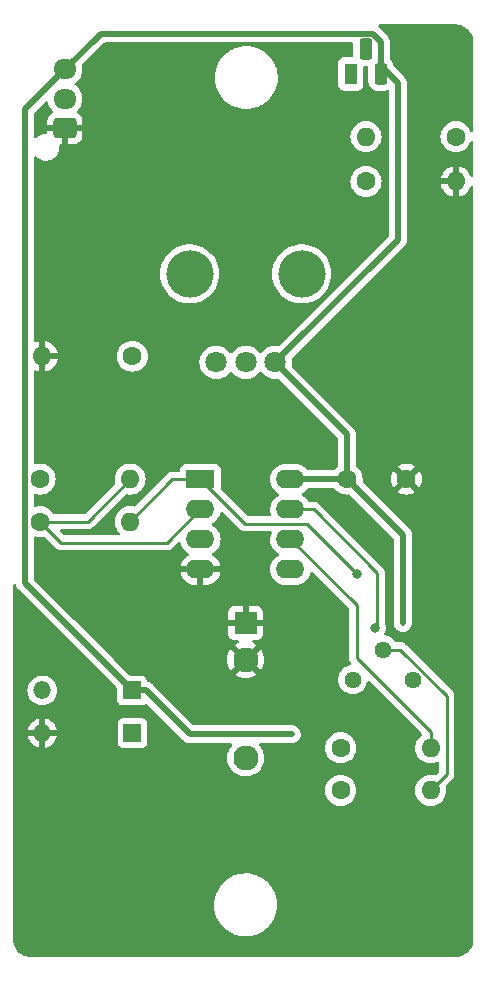
<source format=gbr>
%TF.GenerationSoftware,KiCad,Pcbnew,6.0.7*%
%TF.CreationDate,2023-06-08T16:58:43+12:00*%
%TF.ProjectId,_rotary_,5f726f74-6172-4795-9f2e-6b696361645f,v0_1_2*%
%TF.SameCoordinates,Original*%
%TF.FileFunction,Copper,L2,Bot*%
%TF.FilePolarity,Positive*%
%FSLAX46Y46*%
G04 Gerber Fmt 4.6, Leading zero omitted, Abs format (unit mm)*
G04 Created by KiCad (PCBNEW 6.0.7) date 2023-06-08 16:58:43*
%MOMM*%
%LPD*%
G01*
G04 APERTURE LIST*
G04 Aperture macros list*
%AMRoundRect*
0 Rectangle with rounded corners*
0 $1 Rounding radius*
0 $2 $3 $4 $5 $6 $7 $8 $9 X,Y pos of 4 corners*
0 Add a 4 corners polygon primitive as box body*
4,1,4,$2,$3,$4,$5,$6,$7,$8,$9,$2,$3,0*
0 Add four circle primitives for the rounded corners*
1,1,$1+$1,$2,$3*
1,1,$1+$1,$4,$5*
1,1,$1+$1,$6,$7*
1,1,$1+$1,$8,$9*
0 Add four rect primitives between the rounded corners*
20,1,$1+$1,$2,$3,$4,$5,0*
20,1,$1+$1,$4,$5,$6,$7,0*
20,1,$1+$1,$6,$7,$8,$9,0*
20,1,$1+$1,$8,$9,$2,$3,0*%
G04 Aperture macros list end*
%TA.AperFunction,ComponentPad*%
%ADD10R,1.930000X1.830000*%
%TD*%
%TA.AperFunction,ComponentPad*%
%ADD11C,2.130000*%
%TD*%
%TA.AperFunction,ComponentPad*%
%ADD12C,1.600000*%
%TD*%
%TA.AperFunction,ComponentPad*%
%ADD13O,1.600000X1.600000*%
%TD*%
%TA.AperFunction,ComponentPad*%
%ADD14R,2.400000X1.600000*%
%TD*%
%TA.AperFunction,ComponentPad*%
%ADD15O,2.400000X1.600000*%
%TD*%
%TA.AperFunction,ComponentPad*%
%ADD16R,1.100000X1.800000*%
%TD*%
%TA.AperFunction,ComponentPad*%
%ADD17RoundRect,0.275000X-0.275000X-0.625000X0.275000X-0.625000X0.275000X0.625000X-0.275000X0.625000X0*%
%TD*%
%TA.AperFunction,ComponentPad*%
%ADD18C,1.440000*%
%TD*%
%TA.AperFunction,WasherPad*%
%ADD19C,4.000000*%
%TD*%
%TA.AperFunction,ComponentPad*%
%ADD20C,1.800000*%
%TD*%
%TA.AperFunction,ComponentPad*%
%ADD21R,1.500000X1.500000*%
%TD*%
%TA.AperFunction,ComponentPad*%
%ADD22O,1.500000X1.500000*%
%TD*%
%TA.AperFunction,ComponentPad*%
%ADD23RoundRect,0.250000X0.725000X-0.600000X0.725000X0.600000X-0.725000X0.600000X-0.725000X-0.600000X0*%
%TD*%
%TA.AperFunction,ComponentPad*%
%ADD24O,1.950000X1.700000*%
%TD*%
%TA.AperFunction,ViaPad*%
%ADD25C,0.800000*%
%TD*%
%TA.AperFunction,Conductor*%
%ADD26C,0.500000*%
%TD*%
%TA.AperFunction,Conductor*%
%ADD27C,0.250000*%
%TD*%
G04 APERTURE END LIST*
D10*
%TO.P,J1,S*%
%TO.N,GND*%
X100000000Y-111200000D03*
D11*
%TO.P,J1,T*%
%TO.N,Net-(D1-Pad2)*%
X100000000Y-122600000D03*
%TO.P,J1,TN*%
%TO.N,GND*%
X100000000Y-114300000D03*
%TD*%
D12*
%TO.P,C1,1*%
%TO.N,GND*%
X113600000Y-99000000D03*
%TO.P,C1,2*%
%TO.N,+5V*%
X108600000Y-99000000D03*
%TD*%
%TO.P,R3,1*%
%TO.N,Net-(R2-Pad2)*%
X108050000Y-121750000D03*
D13*
%TO.P,R3,2*%
%TO.N,Net-(R3-Pad2)*%
X115670000Y-121750000D03*
%TD*%
D14*
%TO.P,U1,1*%
%TO.N,Net-(R2-Pad2)*%
X96175000Y-99025000D03*
D15*
%TO.P,U1,2,-*%
%TO.N,Net-(R1-Pad2)*%
X96175000Y-101565000D03*
%TO.P,U1,3,+*%
%TO.N,+2.5V*%
X96175000Y-104105000D03*
%TO.P,U1,4,V-*%
%TO.N,GND*%
X96175000Y-106645000D03*
%TO.P,U1,5,+*%
%TO.N,Net-(RV1-Pad2)*%
X103795000Y-106645000D03*
%TO.P,U1,6,-*%
%TO.N,Net-(R3-Pad2)*%
X103795000Y-104105000D03*
%TO.P,U1,7*%
%TO.N,Net-(J2-Pad2)*%
X103795000Y-101565000D03*
%TO.P,U1,8,V+*%
%TO.N,+5V*%
X103795000Y-99025000D03*
%TD*%
D12*
%TO.P,R1,1*%
%TO.N,Net-(D1-Pad2)*%
X82600000Y-99000000D03*
D13*
%TO.P,R1,2*%
%TO.N,Net-(R1-Pad2)*%
X90220000Y-99000000D03*
%TD*%
D16*
%TO.P,U2,1,ADJ*%
%TO.N,Net-(R6-Pad2)*%
X108900000Y-64700000D03*
D17*
%TO.P,U2,2,VO*%
%TO.N,+2.5V*%
X110170000Y-62630000D03*
%TO.P,U2,3,VI*%
%TO.N,+5V*%
X111440000Y-64700000D03*
%TD*%
D12*
%TO.P,R5,1*%
%TO.N,Net-(R5-Pad1)*%
X90410000Y-88600000D03*
D13*
%TO.P,R5,2*%
%TO.N,GND*%
X82790000Y-88600000D03*
%TD*%
D18*
%TO.P,RV2,1,1*%
%TO.N,unconnected-(RV2-Pad1)*%
X114150000Y-115975000D03*
%TO.P,RV2,2,2*%
%TO.N,Net-(R4-Pad2)*%
X111610000Y-113435000D03*
%TO.P,RV2,3,3*%
%TO.N,Net-(J2-Pad2)*%
X109070000Y-115975000D03*
%TD*%
D12*
%TO.P,R6,1*%
%TO.N,+2.5V*%
X117810000Y-70000000D03*
D13*
%TO.P,R6,2*%
%TO.N,Net-(R6-Pad2)*%
X110190000Y-70000000D03*
%TD*%
D19*
%TO.P,RV1,*%
%TO.N,*%
X95250000Y-81625000D03*
X104750000Y-81625000D03*
D20*
%TO.P,RV1,1,1*%
%TO.N,+5V*%
X102500000Y-89125000D03*
%TO.P,RV1,2,2*%
%TO.N,Net-(RV1-Pad2)*%
X100000000Y-89125000D03*
%TO.P,RV1,3,3*%
%TO.N,Net-(R5-Pad1)*%
X97500000Y-89125000D03*
%TD*%
D12*
%TO.P,R4,1*%
%TO.N,Net-(R3-Pad2)*%
X108050000Y-125350000D03*
D13*
%TO.P,R4,2*%
%TO.N,Net-(R4-Pad2)*%
X115670000Y-125350000D03*
%TD*%
D21*
%TO.P,D2,1,K*%
%TO.N,Net-(D1-Pad2)*%
X90415000Y-120500000D03*
D22*
%TO.P,D2,2,A*%
%TO.N,GND*%
X82795000Y-120500000D03*
%TD*%
D21*
%TO.P,D1,1,K*%
%TO.N,+5V*%
X90400000Y-116900000D03*
D22*
%TO.P,D1,2,A*%
%TO.N,Net-(D1-Pad2)*%
X82780000Y-116900000D03*
%TD*%
D12*
%TO.P,R2,1*%
%TO.N,Net-(R1-Pad2)*%
X82600000Y-102600000D03*
D13*
%TO.P,R2,2*%
%TO.N,Net-(R2-Pad2)*%
X90220000Y-102600000D03*
%TD*%
D12*
%TO.P,R7,1*%
%TO.N,Net-(R6-Pad2)*%
X110190000Y-73800000D03*
D13*
%TO.P,R7,2*%
%TO.N,GND*%
X117810000Y-73800000D03*
%TD*%
D23*
%TO.P,J2,1,Pin_1*%
%TO.N,GND*%
X84700000Y-69300000D03*
D24*
%TO.P,J2,2,Pin_2*%
%TO.N,Net-(J2-Pad2)*%
X84700000Y-66800000D03*
%TO.P,J2,3,Pin_3*%
%TO.N,+5V*%
X84700000Y-64300000D03*
%TD*%
D25*
%TO.N,Net-(R2-Pad2)*%
X109390000Y-107000000D03*
%TO.N,Net-(J2-Pad2)*%
X110950000Y-111600000D03*
%TD*%
D26*
%TO.N,+5V*%
X113300000Y-111200000D02*
X113300000Y-103700000D01*
X102500000Y-89125000D02*
X112900000Y-78725000D01*
X108600000Y-95225000D02*
X102500000Y-89125000D01*
X113300000Y-103700000D02*
X108600000Y-99000000D01*
X90400000Y-116900000D02*
X91600000Y-116900000D01*
X110745305Y-61280000D02*
X87720000Y-61280000D01*
X111440000Y-64300000D02*
X111440000Y-61974695D01*
X91600000Y-116900000D02*
X95300000Y-120600000D01*
X112900000Y-65500000D02*
X111700000Y-64300000D01*
X103795000Y-99025000D02*
X108575000Y-99025000D01*
X111440000Y-61974695D02*
X110745305Y-61280000D01*
X108575000Y-99025000D02*
X108600000Y-99000000D01*
X81300000Y-67700000D02*
X81300000Y-107800000D01*
X87720000Y-61280000D02*
X84700000Y-64300000D01*
X84700000Y-64300000D02*
X81300000Y-67700000D01*
X111700000Y-64300000D02*
X111440000Y-64300000D01*
X108600000Y-99000000D02*
X108600000Y-95225000D01*
X81300000Y-107800000D02*
X90400000Y-116900000D01*
X95300000Y-120600000D02*
X103900000Y-120600000D01*
X112900000Y-78725000D02*
X112900000Y-65500000D01*
D27*
%TO.N,Net-(R1-Pad2)*%
X96175000Y-101565000D02*
X93340000Y-104400000D01*
X82600000Y-102600000D02*
X86620000Y-102600000D01*
X86620000Y-102600000D02*
X90220000Y-99000000D01*
X93340000Y-104400000D02*
X84400000Y-104400000D01*
X84400000Y-104400000D02*
X82600000Y-102600000D01*
%TO.N,Net-(R2-Pad2)*%
X93795000Y-99025000D02*
X90220000Y-102600000D01*
X96175000Y-99025000D02*
X93795000Y-99025000D01*
X105165699Y-102775699D02*
X99925699Y-102775699D01*
X109390000Y-107000000D02*
X105165699Y-102775699D01*
X99925699Y-102775699D02*
X96175000Y-99025000D01*
%TO.N,Net-(R3-Pad2)*%
X115700000Y-120450000D02*
X115670000Y-120480000D01*
X103795000Y-104105000D02*
X109390000Y-109700000D01*
X109390000Y-109700000D02*
X109390000Y-114140000D01*
X115670000Y-120480000D02*
X115670000Y-121750000D01*
X109390000Y-114140000D02*
X115700000Y-120450000D01*
%TO.N,Net-(R4-Pad2)*%
X113176427Y-113523573D02*
X113087854Y-113435000D01*
X117010000Y-117357146D02*
X113176427Y-113523573D01*
X115670000Y-125350000D02*
X117010000Y-124010000D01*
X117010000Y-124010000D02*
X117010000Y-117357146D01*
X113087854Y-113435000D02*
X111610000Y-113435000D01*
%TO.N,Net-(J2-Pad2)*%
X105765000Y-101565000D02*
X111150000Y-106950000D01*
X103795000Y-101565000D02*
X105765000Y-101565000D01*
X111150000Y-106950000D02*
X111150000Y-111400000D01*
X111150000Y-111400000D02*
X110950000Y-111600000D01*
%TD*%
%TA.AperFunction,Conductor*%
%TO.N,GND*%
G36*
X117755808Y-60510000D02*
G01*
X117770641Y-60512310D01*
X117770645Y-60512310D01*
X117779514Y-60513691D01*
X117794770Y-60511696D01*
X117820092Y-60510953D01*
X117953758Y-60520512D01*
X117989061Y-60523037D01*
X118006855Y-60525595D01*
X118197192Y-60566999D01*
X118214442Y-60572064D01*
X118396941Y-60640132D01*
X118413294Y-60647600D01*
X118487980Y-60688381D01*
X118584258Y-60740952D01*
X118599372Y-60750666D01*
X118693533Y-60821153D01*
X118755305Y-60867395D01*
X118768891Y-60879167D01*
X118906623Y-61016898D01*
X118918396Y-61030484D01*
X119035128Y-61186418D01*
X119044848Y-61201543D01*
X119138195Y-61372495D01*
X119145663Y-61388847D01*
X119213187Y-61569883D01*
X119213736Y-61571356D01*
X119218799Y-61588602D01*
X119249647Y-61730401D01*
X119260203Y-61778927D01*
X119262761Y-61796719D01*
X119274090Y-61955107D01*
X119274335Y-61958539D01*
X119273574Y-61976833D01*
X119273476Y-61984854D01*
X119272095Y-61993724D01*
X119273259Y-62002626D01*
X119273259Y-62002628D01*
X119276222Y-62025283D01*
X119277286Y-62041621D01*
X119277286Y-69482081D01*
X119257284Y-69550202D01*
X119203628Y-69596695D01*
X119133354Y-69606799D01*
X119068774Y-69577305D01*
X119037091Y-69535331D01*
X118949849Y-69348238D01*
X118949846Y-69348233D01*
X118947523Y-69343251D01*
X118816198Y-69155700D01*
X118654300Y-68993802D01*
X118649792Y-68990645D01*
X118649789Y-68990643D01*
X118571611Y-68935902D01*
X118466749Y-68862477D01*
X118461767Y-68860154D01*
X118461762Y-68860151D01*
X118264225Y-68768039D01*
X118264224Y-68768039D01*
X118259243Y-68765716D01*
X118253935Y-68764294D01*
X118253933Y-68764293D01*
X118043402Y-68707881D01*
X118043400Y-68707881D01*
X118038087Y-68706457D01*
X117810000Y-68686502D01*
X117581913Y-68706457D01*
X117576600Y-68707881D01*
X117576598Y-68707881D01*
X117366067Y-68764293D01*
X117366065Y-68764294D01*
X117360757Y-68765716D01*
X117355776Y-68768039D01*
X117355775Y-68768039D01*
X117158238Y-68860151D01*
X117158233Y-68860154D01*
X117153251Y-68862477D01*
X117048389Y-68935902D01*
X116970211Y-68990643D01*
X116970208Y-68990645D01*
X116965700Y-68993802D01*
X116803802Y-69155700D01*
X116672477Y-69343251D01*
X116670154Y-69348233D01*
X116670151Y-69348238D01*
X116607740Y-69482081D01*
X116575716Y-69550757D01*
X116574294Y-69556065D01*
X116574293Y-69556067D01*
X116571217Y-69567548D01*
X116516457Y-69771913D01*
X116496502Y-70000000D01*
X116516457Y-70228087D01*
X116517881Y-70233400D01*
X116517881Y-70233402D01*
X116565572Y-70411384D01*
X116575716Y-70449243D01*
X116578039Y-70454224D01*
X116578039Y-70454225D01*
X116670151Y-70651762D01*
X116670154Y-70651767D01*
X116672477Y-70656749D01*
X116803802Y-70844300D01*
X116965700Y-71006198D01*
X116970208Y-71009355D01*
X116970211Y-71009357D01*
X117048389Y-71064098D01*
X117153251Y-71137523D01*
X117158233Y-71139846D01*
X117158238Y-71139849D01*
X117355775Y-71231961D01*
X117360757Y-71234284D01*
X117366065Y-71235706D01*
X117366067Y-71235707D01*
X117576598Y-71292119D01*
X117576600Y-71292119D01*
X117581913Y-71293543D01*
X117810000Y-71313498D01*
X118038087Y-71293543D01*
X118043400Y-71292119D01*
X118043402Y-71292119D01*
X118253933Y-71235707D01*
X118253935Y-71235706D01*
X118259243Y-71234284D01*
X118264225Y-71231961D01*
X118461762Y-71139849D01*
X118461767Y-71139846D01*
X118466749Y-71137523D01*
X118571611Y-71064098D01*
X118649789Y-71009357D01*
X118649792Y-71009355D01*
X118654300Y-71006198D01*
X118816198Y-70844300D01*
X118947523Y-70656749D01*
X118949846Y-70651767D01*
X118949849Y-70651762D01*
X119037091Y-70464669D01*
X119084008Y-70411384D01*
X119152285Y-70391923D01*
X119220245Y-70412465D01*
X119266311Y-70466487D01*
X119277286Y-70517919D01*
X119277286Y-73283264D01*
X119257284Y-73351385D01*
X119203628Y-73397878D01*
X119133354Y-73407982D01*
X119068774Y-73378488D01*
X119037091Y-73336514D01*
X118949414Y-73148489D01*
X118943931Y-73138993D01*
X118818972Y-72960533D01*
X118811916Y-72952125D01*
X118657875Y-72798084D01*
X118649467Y-72791028D01*
X118471007Y-72666069D01*
X118461511Y-72660586D01*
X118264053Y-72568510D01*
X118253761Y-72564764D01*
X118081497Y-72518606D01*
X118067401Y-72518942D01*
X118064000Y-72526884D01*
X118064000Y-75067967D01*
X118067973Y-75081498D01*
X118076522Y-75082727D01*
X118253761Y-75035236D01*
X118264053Y-75031490D01*
X118461511Y-74939414D01*
X118471007Y-74933931D01*
X118649467Y-74808972D01*
X118657875Y-74801916D01*
X118811916Y-74647875D01*
X118818972Y-74639467D01*
X118943931Y-74461007D01*
X118949414Y-74451511D01*
X119037091Y-74263486D01*
X119084008Y-74210201D01*
X119152286Y-74190740D01*
X119220246Y-74211282D01*
X119266311Y-74265305D01*
X119277286Y-74316736D01*
X119277286Y-137936423D01*
X119275786Y-137955808D01*
X119273476Y-137970641D01*
X119273476Y-137970645D01*
X119272095Y-137979514D01*
X119274090Y-137994766D01*
X119274833Y-138020094D01*
X119262749Y-138189060D01*
X119260191Y-138206855D01*
X119218787Y-138397190D01*
X119213722Y-138414439D01*
X119145654Y-138596937D01*
X119138186Y-138613290D01*
X119044839Y-138784244D01*
X119035120Y-138799367D01*
X118918386Y-138955307D01*
X118906612Y-138968894D01*
X118768894Y-139106612D01*
X118755307Y-139118386D01*
X118599367Y-139235120D01*
X118584244Y-139244839D01*
X118413290Y-139338186D01*
X118396937Y-139345654D01*
X118214439Y-139413722D01*
X118197190Y-139418787D01*
X118006855Y-139460191D01*
X117989061Y-139462749D01*
X117827186Y-139474326D01*
X117809227Y-139473579D01*
X117800942Y-139473477D01*
X117792066Y-139472095D01*
X117783163Y-139473259D01*
X117783156Y-139473259D01*
X117760496Y-139476222D01*
X117744160Y-139477286D01*
X81849367Y-139477286D01*
X81829982Y-139475786D01*
X81815149Y-139473476D01*
X81815145Y-139473476D01*
X81806276Y-139472095D01*
X81791019Y-139474090D01*
X81765698Y-139474833D01*
X81596716Y-139462747D01*
X81578937Y-139460190D01*
X81388599Y-139418785D01*
X81371369Y-139413726D01*
X81188839Y-139345645D01*
X81172502Y-139338183D01*
X81001552Y-139244837D01*
X80986428Y-139235118D01*
X80877635Y-139153676D01*
X80830496Y-139118388D01*
X80816910Y-139106616D01*
X80679178Y-138968883D01*
X80667405Y-138955296D01*
X80550680Y-138799367D01*
X80540961Y-138784244D01*
X80447612Y-138613288D01*
X80440144Y-138596935D01*
X80372077Y-138414436D01*
X80367012Y-138397187D01*
X80325609Y-138206856D01*
X80323051Y-138189061D01*
X80311470Y-138027129D01*
X80312206Y-138009450D01*
X80312310Y-138000935D01*
X80313691Y-137992066D01*
X80312527Y-137983163D01*
X80312527Y-137983158D01*
X80309564Y-137960496D01*
X80308500Y-137944160D01*
X80308500Y-135096485D01*
X97336854Y-135096485D01*
X97337156Y-135100320D01*
X97355108Y-135328417D01*
X97362370Y-135420695D01*
X97427206Y-135739378D01*
X97530398Y-136047784D01*
X97670405Y-136341316D01*
X97845141Y-136615597D01*
X97847584Y-136618560D01*
X97847585Y-136618562D01*
X97997308Y-136800190D01*
X98052001Y-136866538D01*
X98287902Y-137090399D01*
X98549326Y-137283843D01*
X98690851Y-137363914D01*
X98829019Y-137442086D01*
X98829023Y-137442088D01*
X98832376Y-137443985D01*
X99132832Y-137568438D01*
X99236288Y-137597129D01*
X99442500Y-137654317D01*
X99442508Y-137654319D01*
X99446216Y-137655347D01*
X99767856Y-137703416D01*
X99771154Y-137703560D01*
X99882918Y-137708440D01*
X99882922Y-137708440D01*
X99884294Y-137708500D01*
X100082598Y-137708500D01*
X100324605Y-137693698D01*
X100328388Y-137692997D01*
X100328395Y-137692996D01*
X100528459Y-137655916D01*
X100644372Y-137634433D01*
X100853682Y-137568438D01*
X100950860Y-137537798D01*
X100950863Y-137537797D01*
X100954532Y-137536640D01*
X100958029Y-137535046D01*
X100958035Y-137535044D01*
X101246954Y-137403376D01*
X101246958Y-137403374D01*
X101250462Y-137401777D01*
X101527751Y-137231854D01*
X101530755Y-137229464D01*
X101530760Y-137229461D01*
X101655008Y-137130629D01*
X101782264Y-137029405D01*
X101784958Y-137026664D01*
X101784962Y-137026660D01*
X102007513Y-136800190D01*
X102007517Y-136800185D01*
X102010208Y-136797447D01*
X102208185Y-136539439D01*
X102373242Y-136259227D01*
X102502920Y-135960988D01*
X102595285Y-135649169D01*
X102648961Y-135328417D01*
X102663146Y-135003515D01*
X102650388Y-134841410D01*
X102637932Y-134683140D01*
X102637932Y-134683137D01*
X102637630Y-134679305D01*
X102572794Y-134360622D01*
X102469602Y-134052216D01*
X102329595Y-133758684D01*
X102154859Y-133484403D01*
X102007470Y-133305606D01*
X101950442Y-133236425D01*
X101950438Y-133236420D01*
X101947999Y-133233462D01*
X101712098Y-133009601D01*
X101450674Y-132816157D01*
X101245781Y-132700234D01*
X101170981Y-132657914D01*
X101170977Y-132657912D01*
X101167624Y-132656015D01*
X100867168Y-132531562D01*
X100763712Y-132502871D01*
X100557500Y-132445683D01*
X100557492Y-132445681D01*
X100553784Y-132444653D01*
X100232144Y-132396584D01*
X100228846Y-132396440D01*
X100117082Y-132391560D01*
X100117078Y-132391560D01*
X100115706Y-132391500D01*
X99917402Y-132391500D01*
X99675395Y-132406302D01*
X99671612Y-132407003D01*
X99671605Y-132407004D01*
X99515511Y-132435935D01*
X99355628Y-132465567D01*
X99171058Y-132523762D01*
X99049140Y-132562202D01*
X99049137Y-132562203D01*
X99045468Y-132563360D01*
X99041971Y-132564954D01*
X99041965Y-132564956D01*
X98753046Y-132696624D01*
X98753042Y-132696626D01*
X98749538Y-132698223D01*
X98472249Y-132868146D01*
X98469245Y-132870536D01*
X98469240Y-132870539D01*
X98344993Y-132969370D01*
X98217736Y-133070595D01*
X98215042Y-133073336D01*
X98215038Y-133073340D01*
X97992487Y-133299810D01*
X97992483Y-133299815D01*
X97989792Y-133302553D01*
X97791815Y-133560561D01*
X97626758Y-133840773D01*
X97497080Y-134139012D01*
X97404715Y-134450831D01*
X97351039Y-134771583D01*
X97336854Y-135096485D01*
X80308500Y-135096485D01*
X80308500Y-125350000D01*
X106736502Y-125350000D01*
X106756457Y-125578087D01*
X106815716Y-125799243D01*
X106818039Y-125804224D01*
X106818039Y-125804225D01*
X106910151Y-126001762D01*
X106910154Y-126001767D01*
X106912477Y-126006749D01*
X107043802Y-126194300D01*
X107205700Y-126356198D01*
X107210208Y-126359355D01*
X107210211Y-126359357D01*
X107288389Y-126414098D01*
X107393251Y-126487523D01*
X107398233Y-126489846D01*
X107398238Y-126489849D01*
X107595775Y-126581961D01*
X107600757Y-126584284D01*
X107606065Y-126585706D01*
X107606067Y-126585707D01*
X107816598Y-126642119D01*
X107816600Y-126642119D01*
X107821913Y-126643543D01*
X108050000Y-126663498D01*
X108278087Y-126643543D01*
X108283400Y-126642119D01*
X108283402Y-126642119D01*
X108493933Y-126585707D01*
X108493935Y-126585706D01*
X108499243Y-126584284D01*
X108504225Y-126581961D01*
X108701762Y-126489849D01*
X108701767Y-126489846D01*
X108706749Y-126487523D01*
X108811611Y-126414098D01*
X108889789Y-126359357D01*
X108889792Y-126359355D01*
X108894300Y-126356198D01*
X109056198Y-126194300D01*
X109187523Y-126006749D01*
X109189846Y-126001767D01*
X109189849Y-126001762D01*
X109281961Y-125804225D01*
X109281961Y-125804224D01*
X109284284Y-125799243D01*
X109343543Y-125578087D01*
X109363498Y-125350000D01*
X109343543Y-125121913D01*
X109342117Y-125116591D01*
X109285707Y-124906067D01*
X109285706Y-124906065D01*
X109284284Y-124900757D01*
X109281961Y-124895775D01*
X109189849Y-124698238D01*
X109189846Y-124698233D01*
X109187523Y-124693251D01*
X109056198Y-124505700D01*
X108894300Y-124343802D01*
X108889792Y-124340645D01*
X108889789Y-124340643D01*
X108808627Y-124283813D01*
X108706749Y-124212477D01*
X108701767Y-124210154D01*
X108701762Y-124210151D01*
X108504225Y-124118039D01*
X108504224Y-124118039D01*
X108499243Y-124115716D01*
X108493935Y-124114294D01*
X108493933Y-124114293D01*
X108283402Y-124057881D01*
X108283400Y-124057881D01*
X108278087Y-124056457D01*
X108050000Y-124036502D01*
X107821913Y-124056457D01*
X107816600Y-124057881D01*
X107816598Y-124057881D01*
X107606067Y-124114293D01*
X107606065Y-124114294D01*
X107600757Y-124115716D01*
X107595776Y-124118039D01*
X107595775Y-124118039D01*
X107398238Y-124210151D01*
X107398233Y-124210154D01*
X107393251Y-124212477D01*
X107291373Y-124283813D01*
X107210211Y-124340643D01*
X107210208Y-124340645D01*
X107205700Y-124343802D01*
X107043802Y-124505700D01*
X106912477Y-124693251D01*
X106910154Y-124698233D01*
X106910151Y-124698238D01*
X106818039Y-124895775D01*
X106815716Y-124900757D01*
X106814294Y-124906065D01*
X106814293Y-124906067D01*
X106757883Y-125116591D01*
X106756457Y-125121913D01*
X106736502Y-125350000D01*
X80308500Y-125350000D01*
X80308500Y-120766522D01*
X81564037Y-120766522D01*
X81606928Y-120926595D01*
X81610674Y-120936887D01*
X81699056Y-121126421D01*
X81704534Y-121135907D01*
X81824476Y-121307203D01*
X81831530Y-121315610D01*
X81979388Y-121463468D01*
X81987796Y-121470524D01*
X82159088Y-121590464D01*
X82168584Y-121595947D01*
X82358113Y-121684326D01*
X82368405Y-121688072D01*
X82523503Y-121729630D01*
X82537599Y-121729294D01*
X82541000Y-121721352D01*
X82541000Y-121716203D01*
X83049000Y-121716203D01*
X83052973Y-121729734D01*
X83061522Y-121730963D01*
X83221595Y-121688072D01*
X83231887Y-121684326D01*
X83421416Y-121595947D01*
X83430912Y-121590464D01*
X83602204Y-121470524D01*
X83610612Y-121463468D01*
X83758470Y-121315610D01*
X83765524Y-121307203D01*
X83771874Y-121298134D01*
X89156500Y-121298134D01*
X89163255Y-121360316D01*
X89214385Y-121496705D01*
X89301739Y-121613261D01*
X89418295Y-121700615D01*
X89554684Y-121751745D01*
X89616866Y-121758500D01*
X91213134Y-121758500D01*
X91275316Y-121751745D01*
X91411705Y-121700615D01*
X91528261Y-121613261D01*
X91615615Y-121496705D01*
X91666745Y-121360316D01*
X91673500Y-121298134D01*
X91673500Y-119701866D01*
X91666745Y-119639684D01*
X91615615Y-119503295D01*
X91528261Y-119386739D01*
X91411705Y-119299385D01*
X91275316Y-119248255D01*
X91213134Y-119241500D01*
X89616866Y-119241500D01*
X89554684Y-119248255D01*
X89418295Y-119299385D01*
X89301739Y-119386739D01*
X89214385Y-119503295D01*
X89163255Y-119639684D01*
X89156500Y-119701866D01*
X89156500Y-121298134D01*
X83771874Y-121298134D01*
X83885466Y-121135907D01*
X83890944Y-121126421D01*
X83979326Y-120936887D01*
X83983072Y-120926595D01*
X84024630Y-120771497D01*
X84024294Y-120757401D01*
X84016352Y-120754000D01*
X83067115Y-120754000D01*
X83051876Y-120758475D01*
X83050671Y-120759865D01*
X83049000Y-120767548D01*
X83049000Y-121716203D01*
X82541000Y-121716203D01*
X82541000Y-120772115D01*
X82536525Y-120756876D01*
X82535135Y-120755671D01*
X82527452Y-120754000D01*
X81578797Y-120754000D01*
X81565266Y-120757973D01*
X81564037Y-120766522D01*
X80308500Y-120766522D01*
X80308500Y-120228503D01*
X81565370Y-120228503D01*
X81565706Y-120242599D01*
X81573648Y-120246000D01*
X82522885Y-120246000D01*
X82538124Y-120241525D01*
X82539329Y-120240135D01*
X82541000Y-120232452D01*
X82541000Y-120227885D01*
X83049000Y-120227885D01*
X83053475Y-120243124D01*
X83054865Y-120244329D01*
X83062548Y-120246000D01*
X84011203Y-120246000D01*
X84024734Y-120242027D01*
X84025963Y-120233478D01*
X83983072Y-120073405D01*
X83979326Y-120063113D01*
X83890944Y-119873579D01*
X83885466Y-119864093D01*
X83765524Y-119692797D01*
X83758470Y-119684390D01*
X83610612Y-119536532D01*
X83602204Y-119529476D01*
X83430912Y-119409536D01*
X83421416Y-119404053D01*
X83231887Y-119315674D01*
X83221595Y-119311928D01*
X83066497Y-119270370D01*
X83052401Y-119270706D01*
X83049000Y-119278648D01*
X83049000Y-120227885D01*
X82541000Y-120227885D01*
X82541000Y-119283797D01*
X82537027Y-119270266D01*
X82528478Y-119269037D01*
X82368405Y-119311928D01*
X82358113Y-119315674D01*
X82168579Y-119404056D01*
X82159093Y-119409534D01*
X81987797Y-119529476D01*
X81979390Y-119536530D01*
X81831530Y-119684390D01*
X81824476Y-119692797D01*
X81704534Y-119864093D01*
X81699056Y-119873579D01*
X81610674Y-120063113D01*
X81606928Y-120073405D01*
X81565370Y-120228503D01*
X80308500Y-120228503D01*
X80308500Y-116900000D01*
X81516693Y-116900000D01*
X81535885Y-117119371D01*
X81592880Y-117332076D01*
X81628895Y-117409310D01*
X81683618Y-117526666D01*
X81683621Y-117526671D01*
X81685944Y-117531653D01*
X81689100Y-117536160D01*
X81689101Y-117536162D01*
X81800123Y-117694717D01*
X81812251Y-117712038D01*
X81967962Y-117867749D01*
X82148346Y-117994056D01*
X82347924Y-118087120D01*
X82560629Y-118144115D01*
X82780000Y-118163307D01*
X82999371Y-118144115D01*
X83212076Y-118087120D01*
X83411654Y-117994056D01*
X83592038Y-117867749D01*
X83747749Y-117712038D01*
X83759878Y-117694717D01*
X83870899Y-117536162D01*
X83870900Y-117536160D01*
X83874056Y-117531653D01*
X83876379Y-117526671D01*
X83876382Y-117526666D01*
X83931105Y-117409310D01*
X83967120Y-117332076D01*
X84024115Y-117119371D01*
X84043307Y-116900000D01*
X84024115Y-116680629D01*
X83967120Y-116467924D01*
X83923528Y-116374440D01*
X83876382Y-116273334D01*
X83876379Y-116273329D01*
X83874056Y-116268347D01*
X83867215Y-116258577D01*
X83750908Y-116092473D01*
X83750906Y-116092470D01*
X83747749Y-116087962D01*
X83592038Y-115932251D01*
X83411654Y-115805944D01*
X83212076Y-115712880D01*
X82999371Y-115655885D01*
X82780000Y-115636693D01*
X82560629Y-115655885D01*
X82347924Y-115712880D01*
X82256433Y-115755543D01*
X82153334Y-115803618D01*
X82153329Y-115803621D01*
X82148347Y-115805944D01*
X82143840Y-115809100D01*
X82143838Y-115809101D01*
X81972473Y-115929092D01*
X81972470Y-115929094D01*
X81967962Y-115932251D01*
X81812251Y-116087962D01*
X81809094Y-116092470D01*
X81809092Y-116092473D01*
X81692785Y-116258577D01*
X81685944Y-116268347D01*
X81683621Y-116273329D01*
X81683618Y-116273334D01*
X81636472Y-116374440D01*
X81592880Y-116467924D01*
X81535885Y-116680629D01*
X81516693Y-116900000D01*
X80308500Y-116900000D01*
X80308500Y-108002263D01*
X80328502Y-107934142D01*
X80382158Y-107887649D01*
X80452432Y-107877545D01*
X80517012Y-107907039D01*
X80556399Y-107972085D01*
X80556818Y-107975681D01*
X80581735Y-108044327D01*
X80583152Y-108048455D01*
X80605649Y-108117899D01*
X80609445Y-108124154D01*
X80611951Y-108129628D01*
X80614670Y-108135058D01*
X80617167Y-108141937D01*
X80621180Y-108148057D01*
X80621180Y-108148058D01*
X80657186Y-108202976D01*
X80659523Y-108206680D01*
X80697405Y-108269107D01*
X80701121Y-108273315D01*
X80701122Y-108273316D01*
X80704803Y-108277484D01*
X80704776Y-108277508D01*
X80707429Y-108280500D01*
X80710132Y-108283733D01*
X80714144Y-108289852D01*
X80719456Y-108294884D01*
X80770383Y-108343128D01*
X80772825Y-108345506D01*
X89104595Y-116677276D01*
X89138621Y-116739588D01*
X89141500Y-116766371D01*
X89141500Y-117698134D01*
X89148255Y-117760316D01*
X89199385Y-117896705D01*
X89286739Y-118013261D01*
X89403295Y-118100615D01*
X89539684Y-118151745D01*
X89601866Y-118158500D01*
X91198134Y-118158500D01*
X91260316Y-118151745D01*
X91396705Y-118100615D01*
X91498623Y-118024232D01*
X91565128Y-117999384D01*
X91634511Y-118014437D01*
X91663282Y-118035963D01*
X94716230Y-121088911D01*
X94728616Y-121103323D01*
X94737149Y-121114918D01*
X94737154Y-121114923D01*
X94741492Y-121120818D01*
X94747070Y-121125557D01*
X94747073Y-121125560D01*
X94781768Y-121155035D01*
X94789284Y-121161965D01*
X94794979Y-121167660D01*
X94797861Y-121169940D01*
X94817251Y-121185281D01*
X94820655Y-121188072D01*
X94870703Y-121230591D01*
X94876285Y-121235333D01*
X94882801Y-121238661D01*
X94887850Y-121242028D01*
X94892979Y-121245195D01*
X94898716Y-121249734D01*
X94964875Y-121280655D01*
X94968769Y-121282558D01*
X95033808Y-121315769D01*
X95040916Y-121317508D01*
X95046559Y-121319607D01*
X95052322Y-121321524D01*
X95058950Y-121324622D01*
X95066112Y-121326112D01*
X95066113Y-121326112D01*
X95130412Y-121339486D01*
X95134696Y-121340456D01*
X95205610Y-121357808D01*
X95211212Y-121358156D01*
X95211215Y-121358156D01*
X95216764Y-121358500D01*
X95216762Y-121358536D01*
X95220755Y-121358775D01*
X95224947Y-121359149D01*
X95232115Y-121360640D01*
X95309520Y-121358546D01*
X95312928Y-121358500D01*
X98717736Y-121358500D01*
X98785857Y-121378502D01*
X98832350Y-121432158D01*
X98842454Y-121502432D01*
X98813547Y-121566330D01*
X98726290Y-121668494D01*
X98726282Y-121668506D01*
X98723075Y-121672260D01*
X98593666Y-121883437D01*
X98591773Y-121888007D01*
X98591771Y-121888011D01*
X98552259Y-121983402D01*
X98498885Y-122112258D01*
X98497730Y-122117070D01*
X98442221Y-122348276D01*
X98442220Y-122348282D01*
X98441066Y-122353089D01*
X98421634Y-122600000D01*
X98441066Y-122846911D01*
X98442220Y-122851718D01*
X98442221Y-122851724D01*
X98462754Y-122937248D01*
X98498885Y-123087742D01*
X98593666Y-123316563D01*
X98723075Y-123527740D01*
X98883927Y-123716073D01*
X99072260Y-123876925D01*
X99283437Y-124006334D01*
X99288007Y-124008227D01*
X99288011Y-124008229D01*
X99504040Y-124097711D01*
X99512258Y-124101115D01*
X99567148Y-124114293D01*
X99748276Y-124157779D01*
X99748282Y-124157780D01*
X99753089Y-124158934D01*
X100000000Y-124178366D01*
X100246911Y-124158934D01*
X100251718Y-124157780D01*
X100251724Y-124157779D01*
X100432852Y-124114293D01*
X100487742Y-124101115D01*
X100495960Y-124097711D01*
X100711989Y-124008229D01*
X100711993Y-124008227D01*
X100716563Y-124006334D01*
X100927740Y-123876925D01*
X101116073Y-123716073D01*
X101276925Y-123527740D01*
X101406334Y-123316563D01*
X101501115Y-123087742D01*
X101537246Y-122937248D01*
X101557779Y-122851724D01*
X101557780Y-122851718D01*
X101558934Y-122846911D01*
X101578366Y-122600000D01*
X101558934Y-122353089D01*
X101557780Y-122348282D01*
X101557779Y-122348276D01*
X101502270Y-122117070D01*
X101501115Y-122112258D01*
X101447741Y-121983402D01*
X101408229Y-121888011D01*
X101408227Y-121888007D01*
X101406334Y-121883437D01*
X101324564Y-121750000D01*
X106736502Y-121750000D01*
X106756457Y-121978087D01*
X106757881Y-121983400D01*
X106757881Y-121983402D01*
X106793698Y-122117070D01*
X106815716Y-122199243D01*
X106818039Y-122204224D01*
X106818039Y-122204225D01*
X106910151Y-122401762D01*
X106910154Y-122401767D01*
X106912477Y-122406749D01*
X107043802Y-122594300D01*
X107205700Y-122756198D01*
X107210208Y-122759355D01*
X107210211Y-122759357D01*
X107288389Y-122814098D01*
X107393251Y-122887523D01*
X107398233Y-122889846D01*
X107398238Y-122889849D01*
X107595775Y-122981961D01*
X107600757Y-122984284D01*
X107606065Y-122985706D01*
X107606067Y-122985707D01*
X107816598Y-123042119D01*
X107816600Y-123042119D01*
X107821913Y-123043543D01*
X108050000Y-123063498D01*
X108278087Y-123043543D01*
X108283400Y-123042119D01*
X108283402Y-123042119D01*
X108493933Y-122985707D01*
X108493935Y-122985706D01*
X108499243Y-122984284D01*
X108504225Y-122981961D01*
X108701762Y-122889849D01*
X108701767Y-122889846D01*
X108706749Y-122887523D01*
X108811611Y-122814098D01*
X108889789Y-122759357D01*
X108889792Y-122759355D01*
X108894300Y-122756198D01*
X109056198Y-122594300D01*
X109187523Y-122406749D01*
X109189846Y-122401767D01*
X109189849Y-122401762D01*
X109281961Y-122204225D01*
X109281961Y-122204224D01*
X109284284Y-122199243D01*
X109306303Y-122117070D01*
X109342119Y-121983402D01*
X109342119Y-121983400D01*
X109343543Y-121978087D01*
X109363498Y-121750000D01*
X109343543Y-121521913D01*
X109338084Y-121501541D01*
X109285707Y-121306067D01*
X109285706Y-121306065D01*
X109284284Y-121300757D01*
X109260492Y-121249734D01*
X109189849Y-121098238D01*
X109189846Y-121098233D01*
X109187523Y-121093251D01*
X109114098Y-120988389D01*
X109059357Y-120910211D01*
X109059355Y-120910208D01*
X109056198Y-120905700D01*
X108894300Y-120743802D01*
X108889792Y-120740645D01*
X108889789Y-120740643D01*
X108772688Y-120658648D01*
X108706749Y-120612477D01*
X108701767Y-120610154D01*
X108701762Y-120610151D01*
X108504225Y-120518039D01*
X108504224Y-120518039D01*
X108499243Y-120515716D01*
X108493935Y-120514294D01*
X108493933Y-120514293D01*
X108283402Y-120457881D01*
X108283400Y-120457881D01*
X108278087Y-120456457D01*
X108050000Y-120436502D01*
X107821913Y-120456457D01*
X107816600Y-120457881D01*
X107816598Y-120457881D01*
X107606067Y-120514293D01*
X107606065Y-120514294D01*
X107600757Y-120515716D01*
X107595776Y-120518039D01*
X107595775Y-120518039D01*
X107398238Y-120610151D01*
X107398233Y-120610154D01*
X107393251Y-120612477D01*
X107327312Y-120658648D01*
X107210211Y-120740643D01*
X107210208Y-120740645D01*
X107205700Y-120743802D01*
X107043802Y-120905700D01*
X107040645Y-120910208D01*
X107040643Y-120910211D01*
X106985902Y-120988389D01*
X106912477Y-121093251D01*
X106910154Y-121098233D01*
X106910151Y-121098238D01*
X106839508Y-121249734D01*
X106815716Y-121300757D01*
X106814294Y-121306065D01*
X106814293Y-121306067D01*
X106761916Y-121501541D01*
X106756457Y-121521913D01*
X106736502Y-121750000D01*
X101324564Y-121750000D01*
X101276925Y-121672260D01*
X101273718Y-121668506D01*
X101273710Y-121668494D01*
X101186453Y-121566330D01*
X101157422Y-121501541D01*
X101168027Y-121431341D01*
X101214902Y-121378018D01*
X101282264Y-121358500D01*
X103944293Y-121358500D01*
X104014036Y-121350369D01*
X104068411Y-121344030D01*
X104068415Y-121344029D01*
X104075681Y-121343182D01*
X104082556Y-121340687D01*
X104082558Y-121340686D01*
X104235061Y-121285329D01*
X104235062Y-121285329D01*
X104241937Y-121282833D01*
X104248054Y-121278822D01*
X104248057Y-121278821D01*
X104383733Y-121189868D01*
X104383734Y-121189867D01*
X104389852Y-121185856D01*
X104511490Y-121057453D01*
X104600326Y-120904510D01*
X104651595Y-120735233D01*
X104662547Y-120558702D01*
X104656846Y-120525521D01*
X104633834Y-120391602D01*
X104633834Y-120391601D01*
X104632594Y-120384386D01*
X104563343Y-120221636D01*
X104559010Y-120215748D01*
X104559007Y-120215743D01*
X104462846Y-120085077D01*
X104458508Y-120079182D01*
X104452930Y-120074443D01*
X104452927Y-120074440D01*
X104329294Y-119969406D01*
X104329290Y-119969403D01*
X104323715Y-119964667D01*
X104241755Y-119922816D01*
X104172708Y-119887558D01*
X104172706Y-119887557D01*
X104166192Y-119884231D01*
X104159087Y-119882492D01*
X104159083Y-119882491D01*
X104076762Y-119862348D01*
X103994390Y-119842192D01*
X103988788Y-119841844D01*
X103988785Y-119841844D01*
X103985175Y-119841620D01*
X103985165Y-119841620D01*
X103983236Y-119841500D01*
X95666371Y-119841500D01*
X95598250Y-119821498D01*
X95577276Y-119804595D01*
X92183770Y-116411089D01*
X92171384Y-116396677D01*
X92162851Y-116385082D01*
X92162846Y-116385077D01*
X92158508Y-116379182D01*
X92152930Y-116374443D01*
X92152927Y-116374440D01*
X92118232Y-116344965D01*
X92110716Y-116338035D01*
X92105021Y-116332340D01*
X92098880Y-116327482D01*
X92082749Y-116314719D01*
X92079345Y-116311928D01*
X92029297Y-116269409D01*
X92029295Y-116269408D01*
X92023715Y-116264667D01*
X92017199Y-116261339D01*
X92012150Y-116257972D01*
X92007021Y-116254805D01*
X92001284Y-116250266D01*
X91935125Y-116219345D01*
X91931225Y-116217439D01*
X91866192Y-116184231D01*
X91859084Y-116182492D01*
X91853441Y-116180393D01*
X91847678Y-116178476D01*
X91841050Y-116175378D01*
X91769583Y-116160513D01*
X91765321Y-116159548D01*
X91747799Y-116155261D01*
X91686385Y-116119643D01*
X91653977Y-116056475D01*
X91652714Y-116048025D01*
X91652598Y-116047538D01*
X91651745Y-116039684D01*
X91600615Y-115903295D01*
X91513261Y-115786739D01*
X91396705Y-115699385D01*
X91260316Y-115648255D01*
X91198134Y-115641500D01*
X90266371Y-115641500D01*
X90198250Y-115621498D01*
X90177276Y-115604595D01*
X90152619Y-115579938D01*
X99084892Y-115579938D01*
X99090619Y-115587588D01*
X99279445Y-115703301D01*
X99288239Y-115707782D01*
X99507840Y-115798744D01*
X99517225Y-115801793D01*
X99748355Y-115857283D01*
X99758102Y-115858826D01*
X99995070Y-115877476D01*
X100004930Y-115877476D01*
X100241898Y-115858826D01*
X100251645Y-115857283D01*
X100482775Y-115801793D01*
X100492160Y-115798744D01*
X100711761Y-115707782D01*
X100720555Y-115703301D01*
X100905715Y-115589835D01*
X100915175Y-115579379D01*
X100911391Y-115570601D01*
X100012812Y-114672022D01*
X99998868Y-114664408D01*
X99997035Y-114664539D01*
X99990420Y-114668790D01*
X99091652Y-115567558D01*
X99084892Y-115579938D01*
X90152619Y-115579938D01*
X88877611Y-114304930D01*
X98422524Y-114304930D01*
X98441174Y-114541898D01*
X98442717Y-114551645D01*
X98498207Y-114782775D01*
X98501256Y-114792160D01*
X98592218Y-115011761D01*
X98596699Y-115020555D01*
X98710165Y-115205715D01*
X98720621Y-115215175D01*
X98729399Y-115211391D01*
X99627978Y-114312812D01*
X99634356Y-114301132D01*
X100364408Y-114301132D01*
X100364539Y-114302965D01*
X100368790Y-114309580D01*
X101267558Y-115208348D01*
X101279938Y-115215108D01*
X101287588Y-115209381D01*
X101403301Y-115020555D01*
X101407782Y-115011761D01*
X101498744Y-114792160D01*
X101501793Y-114782775D01*
X101557283Y-114551645D01*
X101558826Y-114541898D01*
X101577476Y-114304930D01*
X101577476Y-114295070D01*
X101558826Y-114058102D01*
X101557283Y-114048355D01*
X101501793Y-113817225D01*
X101498744Y-113807840D01*
X101407782Y-113588239D01*
X101403301Y-113579445D01*
X101289835Y-113394285D01*
X101279379Y-113384825D01*
X101270601Y-113388609D01*
X100372022Y-114287188D01*
X100364408Y-114301132D01*
X99634356Y-114301132D01*
X99635592Y-114298868D01*
X99635461Y-114297035D01*
X99631210Y-114290420D01*
X98732442Y-113391652D01*
X98720062Y-113384892D01*
X98712412Y-113390619D01*
X98596699Y-113579445D01*
X98592218Y-113588239D01*
X98501256Y-113807840D01*
X98498207Y-113817225D01*
X98442717Y-114048355D01*
X98441174Y-114058102D01*
X98422524Y-114295070D01*
X98422524Y-114304930D01*
X88877611Y-114304930D01*
X86732350Y-112159669D01*
X98527001Y-112159669D01*
X98527371Y-112166490D01*
X98532895Y-112217352D01*
X98536521Y-112232604D01*
X98581676Y-112353054D01*
X98590214Y-112368649D01*
X98666715Y-112470724D01*
X98679276Y-112483285D01*
X98781351Y-112559786D01*
X98796946Y-112568324D01*
X98917394Y-112613478D01*
X98932649Y-112617105D01*
X98983514Y-112622631D01*
X98990328Y-112623000D01*
X99304745Y-112623000D01*
X99372866Y-112643002D01*
X99419359Y-112696658D01*
X99429463Y-112766932D01*
X99399969Y-112831512D01*
X99352963Y-112865409D01*
X99288239Y-112892218D01*
X99279445Y-112896699D01*
X99094285Y-113010165D01*
X99084825Y-113020621D01*
X99088609Y-113029399D01*
X99987188Y-113927978D01*
X100001132Y-113935592D01*
X100002965Y-113935461D01*
X100009580Y-113931210D01*
X100908348Y-113032442D01*
X100915108Y-113020062D01*
X100909381Y-113012412D01*
X100720555Y-112896699D01*
X100711765Y-112892220D01*
X100647035Y-112865408D01*
X100591755Y-112820859D01*
X100569334Y-112753496D01*
X100586893Y-112684704D01*
X100638855Y-112636326D01*
X100695254Y-112622999D01*
X101009669Y-112622999D01*
X101016490Y-112622629D01*
X101067352Y-112617105D01*
X101082604Y-112613479D01*
X101203054Y-112568324D01*
X101218649Y-112559786D01*
X101320724Y-112483285D01*
X101333285Y-112470724D01*
X101409786Y-112368649D01*
X101418324Y-112353054D01*
X101463478Y-112232606D01*
X101467105Y-112217351D01*
X101472631Y-112166486D01*
X101473000Y-112159672D01*
X101473000Y-111472115D01*
X101468525Y-111456876D01*
X101467135Y-111455671D01*
X101459452Y-111454000D01*
X98545116Y-111454000D01*
X98529877Y-111458475D01*
X98528672Y-111459865D01*
X98527001Y-111467548D01*
X98527001Y-112159669D01*
X86732350Y-112159669D01*
X85500566Y-110927885D01*
X98527000Y-110927885D01*
X98531475Y-110943124D01*
X98532865Y-110944329D01*
X98540548Y-110946000D01*
X99727885Y-110946000D01*
X99743124Y-110941525D01*
X99744329Y-110940135D01*
X99746000Y-110932452D01*
X99746000Y-110927885D01*
X100254000Y-110927885D01*
X100258475Y-110943124D01*
X100259865Y-110944329D01*
X100267548Y-110946000D01*
X101454884Y-110946000D01*
X101470123Y-110941525D01*
X101471328Y-110940135D01*
X101472999Y-110932452D01*
X101472999Y-110240331D01*
X101472629Y-110233510D01*
X101467105Y-110182648D01*
X101463479Y-110167396D01*
X101418324Y-110046946D01*
X101409786Y-110031351D01*
X101333285Y-109929276D01*
X101320724Y-109916715D01*
X101218649Y-109840214D01*
X101203054Y-109831676D01*
X101082606Y-109786522D01*
X101067351Y-109782895D01*
X101016486Y-109777369D01*
X101009672Y-109777000D01*
X100272115Y-109777000D01*
X100256876Y-109781475D01*
X100255671Y-109782865D01*
X100254000Y-109790548D01*
X100254000Y-110927885D01*
X99746000Y-110927885D01*
X99746000Y-109795116D01*
X99741525Y-109779877D01*
X99740135Y-109778672D01*
X99732452Y-109777001D01*
X98990331Y-109777001D01*
X98983510Y-109777371D01*
X98932648Y-109782895D01*
X98917396Y-109786521D01*
X98796946Y-109831676D01*
X98781351Y-109840214D01*
X98679276Y-109916715D01*
X98666715Y-109929276D01*
X98590214Y-110031351D01*
X98581676Y-110046946D01*
X98536522Y-110167394D01*
X98532895Y-110182649D01*
X98527369Y-110233514D01*
X98527000Y-110240328D01*
X98527000Y-110927885D01*
X85500566Y-110927885D01*
X82095405Y-107522724D01*
X82061379Y-107460412D01*
X82058500Y-107433629D01*
X82058500Y-106911522D01*
X94492273Y-106911522D01*
X94539764Y-107088761D01*
X94543510Y-107099053D01*
X94635586Y-107296511D01*
X94641069Y-107306007D01*
X94766028Y-107484467D01*
X94773084Y-107492875D01*
X94927125Y-107646916D01*
X94935533Y-107653972D01*
X95113993Y-107778931D01*
X95123489Y-107784414D01*
X95320947Y-107876490D01*
X95331239Y-107880236D01*
X95541688Y-107936625D01*
X95552481Y-107938528D01*
X95715170Y-107952762D01*
X95720635Y-107953000D01*
X95902885Y-107953000D01*
X95918124Y-107948525D01*
X95919329Y-107947135D01*
X95921000Y-107939452D01*
X95921000Y-107934885D01*
X96429000Y-107934885D01*
X96433475Y-107950124D01*
X96434865Y-107951329D01*
X96442548Y-107953000D01*
X96629365Y-107953000D01*
X96634830Y-107952762D01*
X96797519Y-107938528D01*
X96808312Y-107936625D01*
X97018761Y-107880236D01*
X97029053Y-107876490D01*
X97226511Y-107784414D01*
X97236007Y-107778931D01*
X97414467Y-107653972D01*
X97422875Y-107646916D01*
X97576916Y-107492875D01*
X97583972Y-107484467D01*
X97708931Y-107306007D01*
X97714414Y-107296511D01*
X97806490Y-107099053D01*
X97810236Y-107088761D01*
X97856394Y-106916497D01*
X97856058Y-106902401D01*
X97848116Y-106899000D01*
X96447115Y-106899000D01*
X96431876Y-106903475D01*
X96430671Y-106904865D01*
X96429000Y-106912548D01*
X96429000Y-107934885D01*
X95921000Y-107934885D01*
X95921000Y-106917115D01*
X95916525Y-106901876D01*
X95915135Y-106900671D01*
X95907452Y-106899000D01*
X94507033Y-106899000D01*
X94493502Y-106902973D01*
X94492273Y-106911522D01*
X82058500Y-106911522D01*
X82058500Y-103973771D01*
X82078502Y-103905650D01*
X82132158Y-103859157D01*
X82202432Y-103849053D01*
X82217111Y-103852064D01*
X82366598Y-103892119D01*
X82366600Y-103892119D01*
X82371913Y-103893543D01*
X82600000Y-103913498D01*
X82828087Y-103893543D01*
X82833398Y-103892120D01*
X82833409Y-103892118D01*
X82891541Y-103876541D01*
X82962517Y-103878230D01*
X83013248Y-103909152D01*
X83896343Y-104792247D01*
X83903887Y-104800537D01*
X83908000Y-104807018D01*
X83913777Y-104812443D01*
X83957667Y-104853658D01*
X83960509Y-104856413D01*
X83980230Y-104876134D01*
X83983425Y-104878612D01*
X83992447Y-104886318D01*
X84024679Y-104916586D01*
X84031628Y-104920406D01*
X84042432Y-104926346D01*
X84058956Y-104937199D01*
X84074959Y-104949613D01*
X84115543Y-104967176D01*
X84126173Y-104972383D01*
X84164940Y-104993695D01*
X84172617Y-104995666D01*
X84172622Y-104995668D01*
X84184558Y-104998732D01*
X84203266Y-105005137D01*
X84221855Y-105013181D01*
X84229680Y-105014420D01*
X84229682Y-105014421D01*
X84265519Y-105020097D01*
X84277140Y-105022504D01*
X84308959Y-105030673D01*
X84319970Y-105033500D01*
X84340231Y-105033500D01*
X84359940Y-105035051D01*
X84379943Y-105038219D01*
X84387835Y-105037473D01*
X84393062Y-105036979D01*
X84423954Y-105034059D01*
X84435811Y-105033500D01*
X93261233Y-105033500D01*
X93272416Y-105034027D01*
X93279909Y-105035702D01*
X93287835Y-105035453D01*
X93287836Y-105035453D01*
X93347986Y-105033562D01*
X93351945Y-105033500D01*
X93379856Y-105033500D01*
X93383791Y-105033003D01*
X93383856Y-105032995D01*
X93395693Y-105032062D01*
X93427951Y-105031048D01*
X93431970Y-105030922D01*
X93439889Y-105030673D01*
X93459343Y-105025021D01*
X93478700Y-105021013D01*
X93490930Y-105019468D01*
X93490931Y-105019468D01*
X93498797Y-105018474D01*
X93506168Y-105015555D01*
X93506170Y-105015555D01*
X93539912Y-105002196D01*
X93551142Y-104998351D01*
X93585983Y-104988229D01*
X93585984Y-104988229D01*
X93593593Y-104986018D01*
X93600412Y-104981985D01*
X93600417Y-104981983D01*
X93611028Y-104975707D01*
X93628776Y-104967012D01*
X93647617Y-104959552D01*
X93667987Y-104944753D01*
X93683387Y-104933564D01*
X93693307Y-104927048D01*
X93724535Y-104908580D01*
X93724538Y-104908578D01*
X93731362Y-104904542D01*
X93745683Y-104890221D01*
X93760717Y-104877380D01*
X93762432Y-104876134D01*
X93777107Y-104865472D01*
X93805298Y-104831395D01*
X93813288Y-104822616D01*
X94289388Y-104346516D01*
X94351700Y-104312490D01*
X94422515Y-104317555D01*
X94479351Y-104360102D01*
X94500190Y-104402999D01*
X94540716Y-104554243D01*
X94543039Y-104559224D01*
X94543039Y-104559225D01*
X94635151Y-104756762D01*
X94635154Y-104756767D01*
X94637477Y-104761749D01*
X94673934Y-104813815D01*
X94760329Y-104937199D01*
X94768802Y-104949300D01*
X94930700Y-105111198D01*
X94935208Y-105114355D01*
X94935211Y-105114357D01*
X95013389Y-105169098D01*
X95118251Y-105242523D01*
X95123233Y-105244846D01*
X95123238Y-105244849D01*
X95158049Y-105261081D01*
X95211334Y-105307998D01*
X95230795Y-105376275D01*
X95210253Y-105444235D01*
X95158049Y-105489471D01*
X95123489Y-105505586D01*
X95113993Y-105511069D01*
X94935533Y-105636028D01*
X94927125Y-105643084D01*
X94773084Y-105797125D01*
X94766028Y-105805533D01*
X94641069Y-105983993D01*
X94635586Y-105993489D01*
X94543510Y-106190947D01*
X94539764Y-106201239D01*
X94493606Y-106373503D01*
X94493942Y-106387599D01*
X94501884Y-106391000D01*
X97842967Y-106391000D01*
X97856498Y-106387027D01*
X97857727Y-106378478D01*
X97810236Y-106201239D01*
X97806490Y-106190947D01*
X97714414Y-105993489D01*
X97708931Y-105983993D01*
X97583972Y-105805533D01*
X97576916Y-105797125D01*
X97422875Y-105643084D01*
X97414467Y-105636028D01*
X97236007Y-105511069D01*
X97226511Y-105505586D01*
X97191951Y-105489471D01*
X97138666Y-105442554D01*
X97119205Y-105374277D01*
X97139747Y-105306317D01*
X97191951Y-105261081D01*
X97226762Y-105244849D01*
X97226767Y-105244846D01*
X97231749Y-105242523D01*
X97336611Y-105169098D01*
X97414789Y-105114357D01*
X97414792Y-105114355D01*
X97419300Y-105111198D01*
X97581198Y-104949300D01*
X97589672Y-104937199D01*
X97676066Y-104813815D01*
X97712523Y-104761749D01*
X97714846Y-104756767D01*
X97714849Y-104756762D01*
X97806961Y-104559225D01*
X97806961Y-104559224D01*
X97809284Y-104554243D01*
X97868543Y-104333087D01*
X97888498Y-104105000D01*
X97868543Y-103876913D01*
X97845593Y-103791264D01*
X97810707Y-103661067D01*
X97810706Y-103661065D01*
X97809284Y-103655757D01*
X97789681Y-103613717D01*
X97714849Y-103453238D01*
X97714846Y-103453233D01*
X97712523Y-103448251D01*
X97610148Y-103302045D01*
X97584357Y-103265211D01*
X97584355Y-103265208D01*
X97581198Y-103260700D01*
X97419300Y-103098802D01*
X97414792Y-103095645D01*
X97414789Y-103095643D01*
X97310495Y-103022616D01*
X97231749Y-102967477D01*
X97226767Y-102965154D01*
X97226762Y-102965151D01*
X97192543Y-102949195D01*
X97139258Y-102902278D01*
X97119797Y-102834001D01*
X97140339Y-102766041D01*
X97192543Y-102720805D01*
X97226762Y-102704849D01*
X97226767Y-102704846D01*
X97231749Y-102702523D01*
X97385986Y-102594525D01*
X97414789Y-102574357D01*
X97414792Y-102574355D01*
X97419300Y-102571198D01*
X97581198Y-102409300D01*
X97611099Y-102366598D01*
X97701009Y-102238192D01*
X97712523Y-102221749D01*
X97714846Y-102216767D01*
X97714849Y-102216762D01*
X97806961Y-102019225D01*
X97806961Y-102019224D01*
X97809284Y-102014243D01*
X97849810Y-101862999D01*
X97886762Y-101802377D01*
X97950623Y-101771355D01*
X98021117Y-101779784D01*
X98060612Y-101806516D01*
X99422042Y-103167946D01*
X99429586Y-103176236D01*
X99433699Y-103182717D01*
X99480520Y-103226684D01*
X99483366Y-103229357D01*
X99486208Y-103232112D01*
X99505929Y-103251833D01*
X99509124Y-103254311D01*
X99518146Y-103262017D01*
X99550378Y-103292285D01*
X99561557Y-103298431D01*
X99568131Y-103302045D01*
X99584655Y-103312898D01*
X99600658Y-103325312D01*
X99641242Y-103342875D01*
X99651872Y-103348082D01*
X99690639Y-103369394D01*
X99698316Y-103371365D01*
X99698321Y-103371367D01*
X99710257Y-103374431D01*
X99728965Y-103380836D01*
X99747554Y-103388880D01*
X99755379Y-103390119D01*
X99755381Y-103390120D01*
X99791218Y-103395796D01*
X99802839Y-103398203D01*
X99837988Y-103407227D01*
X99845669Y-103409199D01*
X99865930Y-103409199D01*
X99885639Y-103410750D01*
X99905642Y-103413918D01*
X99913534Y-103413172D01*
X99918761Y-103412678D01*
X99949653Y-103409758D01*
X99961510Y-103409199D01*
X102077907Y-103409199D01*
X102146028Y-103429201D01*
X102192521Y-103482857D01*
X102202625Y-103553131D01*
X102192102Y-103588449D01*
X102160716Y-103655757D01*
X102159294Y-103661065D01*
X102159293Y-103661067D01*
X102124407Y-103791264D01*
X102101457Y-103876913D01*
X102081502Y-104105000D01*
X102101457Y-104333087D01*
X102160716Y-104554243D01*
X102163039Y-104559224D01*
X102163039Y-104559225D01*
X102255151Y-104756762D01*
X102255154Y-104756767D01*
X102257477Y-104761749D01*
X102293934Y-104813815D01*
X102380329Y-104937199D01*
X102388802Y-104949300D01*
X102550700Y-105111198D01*
X102555208Y-105114355D01*
X102555211Y-105114357D01*
X102633389Y-105169098D01*
X102738251Y-105242523D01*
X102743233Y-105244846D01*
X102743238Y-105244849D01*
X102777457Y-105260805D01*
X102830742Y-105307722D01*
X102850203Y-105375999D01*
X102829661Y-105443959D01*
X102777457Y-105489195D01*
X102743238Y-105505151D01*
X102743233Y-105505154D01*
X102738251Y-105507477D01*
X102633389Y-105580902D01*
X102555211Y-105635643D01*
X102555208Y-105635645D01*
X102550700Y-105638802D01*
X102388802Y-105800700D01*
X102257477Y-105988251D01*
X102255154Y-105993233D01*
X102255151Y-105993238D01*
X102163039Y-106190775D01*
X102160716Y-106195757D01*
X102101457Y-106416913D01*
X102081502Y-106645000D01*
X102101457Y-106873087D01*
X102102881Y-106878400D01*
X102102881Y-106878402D01*
X102143172Y-107028767D01*
X102160716Y-107094243D01*
X102163039Y-107099224D01*
X102163039Y-107099225D01*
X102255151Y-107296762D01*
X102255154Y-107296767D01*
X102257477Y-107301749D01*
X102388802Y-107489300D01*
X102550700Y-107651198D01*
X102555208Y-107654355D01*
X102555211Y-107654357D01*
X102583200Y-107673955D01*
X102738251Y-107782523D01*
X102743233Y-107784846D01*
X102743238Y-107784849D01*
X102917503Y-107866109D01*
X102945757Y-107879284D01*
X102951065Y-107880706D01*
X102951067Y-107880707D01*
X103161598Y-107937119D01*
X103161600Y-107937119D01*
X103166913Y-107938543D01*
X103265120Y-107947135D01*
X103335149Y-107953262D01*
X103335156Y-107953262D01*
X103337873Y-107953500D01*
X104252127Y-107953500D01*
X104254844Y-107953262D01*
X104254851Y-107953262D01*
X104324880Y-107947135D01*
X104423087Y-107938543D01*
X104428400Y-107937119D01*
X104428402Y-107937119D01*
X104638933Y-107880707D01*
X104638935Y-107880706D01*
X104644243Y-107879284D01*
X104672497Y-107866109D01*
X104846762Y-107784849D01*
X104846767Y-107784846D01*
X104851749Y-107782523D01*
X105006800Y-107673955D01*
X105034789Y-107654357D01*
X105034792Y-107654355D01*
X105039300Y-107651198D01*
X105201198Y-107489300D01*
X105332523Y-107301749D01*
X105334846Y-107296767D01*
X105334849Y-107296762D01*
X105426961Y-107099225D01*
X105426961Y-107099224D01*
X105429284Y-107094243D01*
X105469810Y-106942999D01*
X105506762Y-106882377D01*
X105570623Y-106851355D01*
X105641117Y-106859784D01*
X105680612Y-106886516D01*
X108020807Y-109226712D01*
X108719595Y-109925500D01*
X108753621Y-109987812D01*
X108756500Y-110014595D01*
X108756500Y-114061233D01*
X108755973Y-114072416D01*
X108754298Y-114079909D01*
X108754547Y-114087835D01*
X108754547Y-114087836D01*
X108756438Y-114147986D01*
X108756500Y-114151945D01*
X108756500Y-114179856D01*
X108756997Y-114183790D01*
X108756997Y-114183791D01*
X108757005Y-114183856D01*
X108757938Y-114195693D01*
X108759327Y-114239889D01*
X108764978Y-114259339D01*
X108768987Y-114278700D01*
X108771526Y-114298797D01*
X108774445Y-114306168D01*
X108774445Y-114306170D01*
X108787804Y-114339912D01*
X108791649Y-114351142D01*
X108803982Y-114393593D01*
X108808015Y-114400412D01*
X108808017Y-114400417D01*
X108814293Y-114411028D01*
X108822988Y-114428776D01*
X108830448Y-114447617D01*
X108835110Y-114454033D01*
X108835110Y-114454034D01*
X108856436Y-114483387D01*
X108862952Y-114493307D01*
X108877127Y-114517275D01*
X108885458Y-114531362D01*
X108899779Y-114545683D01*
X108912626Y-114560725D01*
X108917140Y-114566939D01*
X108940993Y-114633809D01*
X108924907Y-114702959D01*
X108873989Y-114752435D01*
X108847811Y-114762698D01*
X108772884Y-114782775D01*
X108653533Y-114814755D01*
X108653531Y-114814756D01*
X108648223Y-114816178D01*
X108643243Y-114818500D01*
X108643241Y-114818501D01*
X108458385Y-114904701D01*
X108458382Y-114904703D01*
X108453404Y-114907024D01*
X108277319Y-115030319D01*
X108125319Y-115182319D01*
X108002024Y-115358404D01*
X107911178Y-115553223D01*
X107909756Y-115558531D01*
X107909755Y-115558533D01*
X107869764Y-115707782D01*
X107855542Y-115760858D01*
X107836807Y-115975000D01*
X107855542Y-116189142D01*
X107856966Y-116194455D01*
X107856966Y-116194457D01*
X107894608Y-116334936D01*
X107911178Y-116396777D01*
X107913500Y-116401757D01*
X107913501Y-116401759D01*
X107944355Y-116467924D01*
X108002024Y-116591596D01*
X108125319Y-116767681D01*
X108277319Y-116919681D01*
X108453403Y-117042976D01*
X108458381Y-117045297D01*
X108458384Y-117045299D01*
X108628620Y-117124681D01*
X108648223Y-117133822D01*
X108653531Y-117135244D01*
X108653533Y-117135245D01*
X108850543Y-117188034D01*
X108850545Y-117188034D01*
X108855858Y-117189458D01*
X109070000Y-117208193D01*
X109284142Y-117189458D01*
X109289455Y-117188034D01*
X109289457Y-117188034D01*
X109486467Y-117135245D01*
X109486469Y-117135244D01*
X109491777Y-117133822D01*
X109511380Y-117124681D01*
X109681616Y-117045299D01*
X109681619Y-117045297D01*
X109686597Y-117042976D01*
X109862681Y-116919681D01*
X110014681Y-116767681D01*
X110137976Y-116591596D01*
X110195646Y-116467924D01*
X110226499Y-116401759D01*
X110226500Y-116401757D01*
X110228822Y-116396777D01*
X110282661Y-116195848D01*
X110319612Y-116135227D01*
X110383472Y-116104206D01*
X110453967Y-116112634D01*
X110493462Y-116139366D01*
X114879617Y-120525521D01*
X114913643Y-120587833D01*
X114908578Y-120658648D01*
X114862793Y-120717829D01*
X114830211Y-120740643D01*
X114830208Y-120740645D01*
X114825700Y-120743802D01*
X114663802Y-120905700D01*
X114660645Y-120910208D01*
X114660643Y-120910211D01*
X114605902Y-120988389D01*
X114532477Y-121093251D01*
X114530154Y-121098233D01*
X114530151Y-121098238D01*
X114459508Y-121249734D01*
X114435716Y-121300757D01*
X114434294Y-121306065D01*
X114434293Y-121306067D01*
X114381916Y-121501541D01*
X114376457Y-121521913D01*
X114356502Y-121750000D01*
X114376457Y-121978087D01*
X114377881Y-121983400D01*
X114377881Y-121983402D01*
X114413698Y-122117070D01*
X114435716Y-122199243D01*
X114438039Y-122204224D01*
X114438039Y-122204225D01*
X114530151Y-122401762D01*
X114530154Y-122401767D01*
X114532477Y-122406749D01*
X114663802Y-122594300D01*
X114825700Y-122756198D01*
X114830208Y-122759355D01*
X114830211Y-122759357D01*
X114908389Y-122814098D01*
X115013251Y-122887523D01*
X115018233Y-122889846D01*
X115018238Y-122889849D01*
X115215775Y-122981961D01*
X115220757Y-122984284D01*
X115226065Y-122985706D01*
X115226067Y-122985707D01*
X115436598Y-123042119D01*
X115436600Y-123042119D01*
X115441913Y-123043543D01*
X115670000Y-123063498D01*
X115898087Y-123043543D01*
X115903400Y-123042119D01*
X115903402Y-123042119D01*
X116113933Y-122985707D01*
X116113935Y-122985706D01*
X116119243Y-122984284D01*
X116157965Y-122966228D01*
X116197250Y-122947909D01*
X116267442Y-122937248D01*
X116332255Y-122966228D01*
X116371111Y-123025648D01*
X116376500Y-123062104D01*
X116376500Y-123695405D01*
X116356498Y-123763526D01*
X116339595Y-123784500D01*
X116083247Y-124040848D01*
X116020935Y-124074874D01*
X115961542Y-124073460D01*
X115898087Y-124056457D01*
X115670000Y-124036502D01*
X115441913Y-124056457D01*
X115436600Y-124057881D01*
X115436598Y-124057881D01*
X115226067Y-124114293D01*
X115226065Y-124114294D01*
X115220757Y-124115716D01*
X115215776Y-124118039D01*
X115215775Y-124118039D01*
X115018238Y-124210151D01*
X115018233Y-124210154D01*
X115013251Y-124212477D01*
X114911373Y-124283813D01*
X114830211Y-124340643D01*
X114830208Y-124340645D01*
X114825700Y-124343802D01*
X114663802Y-124505700D01*
X114532477Y-124693251D01*
X114530154Y-124698233D01*
X114530151Y-124698238D01*
X114438039Y-124895775D01*
X114435716Y-124900757D01*
X114434294Y-124906065D01*
X114434293Y-124906067D01*
X114377883Y-125116591D01*
X114376457Y-125121913D01*
X114356502Y-125350000D01*
X114376457Y-125578087D01*
X114435716Y-125799243D01*
X114438039Y-125804224D01*
X114438039Y-125804225D01*
X114530151Y-126001762D01*
X114530154Y-126001767D01*
X114532477Y-126006749D01*
X114663802Y-126194300D01*
X114825700Y-126356198D01*
X114830208Y-126359355D01*
X114830211Y-126359357D01*
X114908389Y-126414098D01*
X115013251Y-126487523D01*
X115018233Y-126489846D01*
X115018238Y-126489849D01*
X115215775Y-126581961D01*
X115220757Y-126584284D01*
X115226065Y-126585706D01*
X115226067Y-126585707D01*
X115436598Y-126642119D01*
X115436600Y-126642119D01*
X115441913Y-126643543D01*
X115670000Y-126663498D01*
X115898087Y-126643543D01*
X115903400Y-126642119D01*
X115903402Y-126642119D01*
X116113933Y-126585707D01*
X116113935Y-126585706D01*
X116119243Y-126584284D01*
X116124225Y-126581961D01*
X116321762Y-126489849D01*
X116321767Y-126489846D01*
X116326749Y-126487523D01*
X116431611Y-126414098D01*
X116509789Y-126359357D01*
X116509792Y-126359355D01*
X116514300Y-126356198D01*
X116676198Y-126194300D01*
X116807523Y-126006749D01*
X116809846Y-126001767D01*
X116809849Y-126001762D01*
X116901961Y-125804225D01*
X116901961Y-125804224D01*
X116904284Y-125799243D01*
X116963543Y-125578087D01*
X116983498Y-125350000D01*
X116963543Y-125121913D01*
X116962119Y-125116598D01*
X116962118Y-125116591D01*
X116946541Y-125058459D01*
X116948230Y-124987483D01*
X116979152Y-124936752D01*
X117402247Y-124513657D01*
X117410537Y-124506113D01*
X117417018Y-124502000D01*
X117463659Y-124452332D01*
X117466413Y-124449491D01*
X117486134Y-124429770D01*
X117488612Y-124426575D01*
X117496318Y-124417553D01*
X117521158Y-124391101D01*
X117526586Y-124385321D01*
X117536346Y-124367568D01*
X117547199Y-124351045D01*
X117554753Y-124341306D01*
X117559613Y-124335041D01*
X117577176Y-124294457D01*
X117582383Y-124283827D01*
X117603695Y-124245060D01*
X117605666Y-124237383D01*
X117605668Y-124237378D01*
X117608732Y-124225442D01*
X117615138Y-124206730D01*
X117620033Y-124195419D01*
X117623181Y-124188145D01*
X117624421Y-124180317D01*
X117624423Y-124180310D01*
X117630099Y-124144476D01*
X117632505Y-124132856D01*
X117641528Y-124097711D01*
X117641528Y-124097710D01*
X117643500Y-124090030D01*
X117643500Y-124069776D01*
X117645051Y-124050065D01*
X117646980Y-124037886D01*
X117648220Y-124030057D01*
X117644059Y-123986038D01*
X117643500Y-123974181D01*
X117643500Y-117435913D01*
X117644027Y-117424730D01*
X117645702Y-117417237D01*
X117643562Y-117349146D01*
X117643500Y-117345189D01*
X117643500Y-117317290D01*
X117642996Y-117313299D01*
X117642063Y-117301457D01*
X117640923Y-117265182D01*
X117640674Y-117257257D01*
X117638462Y-117249643D01*
X117638461Y-117249638D01*
X117635023Y-117237805D01*
X117631012Y-117218441D01*
X117629718Y-117208193D01*
X117628474Y-117198349D01*
X117625557Y-117190982D01*
X117625556Y-117190977D01*
X117612198Y-117157238D01*
X117608354Y-117146011D01*
X117604812Y-117133822D01*
X117596018Y-117103553D01*
X117585707Y-117086118D01*
X117577012Y-117068370D01*
X117569552Y-117049529D01*
X117543564Y-117013759D01*
X117537048Y-117003839D01*
X117518580Y-116972611D01*
X117518578Y-116972608D01*
X117514542Y-116965784D01*
X117500221Y-116951463D01*
X117487380Y-116936429D01*
X117480131Y-116926452D01*
X117475472Y-116920039D01*
X117441395Y-116891848D01*
X117432616Y-116883858D01*
X113596197Y-113047438D01*
X113591508Y-113042749D01*
X113583966Y-113034461D01*
X113579854Y-113027982D01*
X113530200Y-112981354D01*
X113527359Y-112978600D01*
X113507624Y-112958865D01*
X113504427Y-112956385D01*
X113495405Y-112948680D01*
X113468954Y-112923841D01*
X113463175Y-112918414D01*
X113456229Y-112914595D01*
X113456226Y-112914593D01*
X113445420Y-112908652D01*
X113428901Y-112897801D01*
X113427480Y-112896699D01*
X113412895Y-112885386D01*
X113405626Y-112882241D01*
X113405622Y-112882238D01*
X113372317Y-112867826D01*
X113361667Y-112862609D01*
X113322914Y-112841305D01*
X113303291Y-112836267D01*
X113284588Y-112829863D01*
X113273274Y-112824967D01*
X113273273Y-112824967D01*
X113265999Y-112821819D01*
X113258176Y-112820580D01*
X113258166Y-112820577D01*
X113222330Y-112814901D01*
X113210710Y-112812495D01*
X113175565Y-112803472D01*
X113175564Y-112803472D01*
X113167884Y-112801500D01*
X113147630Y-112801500D01*
X113127919Y-112799949D01*
X113115740Y-112798020D01*
X113107911Y-112796780D01*
X113100019Y-112797526D01*
X113063893Y-112800941D01*
X113052035Y-112801500D01*
X112731731Y-112801500D01*
X112663610Y-112781498D01*
X112628518Y-112747770D01*
X112557840Y-112646831D01*
X112554681Y-112642319D01*
X112402681Y-112490319D01*
X112226597Y-112367024D01*
X112221619Y-112364703D01*
X112221616Y-112364701D01*
X112036759Y-112278501D01*
X112036758Y-112278500D01*
X112031777Y-112276178D01*
X112026469Y-112274756D01*
X112026467Y-112274755D01*
X111824142Y-112220542D01*
X111824820Y-112218013D01*
X111771023Y-112191322D01*
X111734580Y-112130393D01*
X111736863Y-112059433D01*
X111747436Y-112035800D01*
X111781223Y-111977279D01*
X111781224Y-111977278D01*
X111784527Y-111971556D01*
X111843542Y-111789928D01*
X111846389Y-111762846D01*
X111862814Y-111606565D01*
X111863504Y-111600000D01*
X111849583Y-111467548D01*
X111844232Y-111416635D01*
X111844232Y-111416633D01*
X111843542Y-111410072D01*
X111789667Y-111244263D01*
X111783500Y-111205327D01*
X111783500Y-107028767D01*
X111784027Y-107017584D01*
X111785702Y-107010091D01*
X111783562Y-106942014D01*
X111783500Y-106938055D01*
X111783500Y-106910144D01*
X111782995Y-106906144D01*
X111782062Y-106894301D01*
X111781818Y-106886516D01*
X111780673Y-106850111D01*
X111775021Y-106830657D01*
X111771013Y-106811300D01*
X111769468Y-106799070D01*
X111769468Y-106799069D01*
X111768474Y-106791203D01*
X111765555Y-106783830D01*
X111752196Y-106750088D01*
X111748351Y-106738858D01*
X111738229Y-106704017D01*
X111738229Y-106704016D01*
X111736018Y-106696407D01*
X111731985Y-106689588D01*
X111731983Y-106689583D01*
X111725707Y-106678972D01*
X111717012Y-106661224D01*
X111709552Y-106642383D01*
X111683564Y-106606613D01*
X111677048Y-106596693D01*
X111658580Y-106565465D01*
X111658578Y-106565462D01*
X111654542Y-106558638D01*
X111640221Y-106544317D01*
X111627380Y-106529283D01*
X111620131Y-106519306D01*
X111615472Y-106512893D01*
X111581395Y-106484702D01*
X111572616Y-106476712D01*
X106268652Y-101172747D01*
X106261112Y-101164461D01*
X106257000Y-101157982D01*
X106207348Y-101111356D01*
X106204507Y-101108602D01*
X106184770Y-101088865D01*
X106181573Y-101086385D01*
X106172551Y-101078680D01*
X106146100Y-101053841D01*
X106140321Y-101048414D01*
X106133375Y-101044595D01*
X106133372Y-101044593D01*
X106122566Y-101038652D01*
X106106047Y-101027801D01*
X106105583Y-101027441D01*
X106090041Y-101015386D01*
X106082772Y-101012241D01*
X106082768Y-101012238D01*
X106049463Y-100997826D01*
X106038813Y-100992609D01*
X106000060Y-100971305D01*
X105980437Y-100966267D01*
X105961734Y-100959863D01*
X105950420Y-100954967D01*
X105950419Y-100954967D01*
X105943145Y-100951819D01*
X105935322Y-100950580D01*
X105935312Y-100950577D01*
X105899476Y-100944901D01*
X105887856Y-100942495D01*
X105852711Y-100933472D01*
X105852710Y-100933472D01*
X105845030Y-100931500D01*
X105824776Y-100931500D01*
X105805065Y-100929949D01*
X105792886Y-100928020D01*
X105785057Y-100926780D01*
X105777165Y-100927526D01*
X105741039Y-100930941D01*
X105729181Y-100931500D01*
X105414394Y-100931500D01*
X105346273Y-100911498D01*
X105311181Y-100877771D01*
X105204357Y-100725211D01*
X105204355Y-100725208D01*
X105201198Y-100720700D01*
X105039300Y-100558802D01*
X105034792Y-100555645D01*
X105034789Y-100555643D01*
X104956611Y-100500902D01*
X104851749Y-100427477D01*
X104846767Y-100425154D01*
X104846762Y-100425151D01*
X104812543Y-100409195D01*
X104759258Y-100362278D01*
X104739797Y-100294001D01*
X104760339Y-100226041D01*
X104812543Y-100180805D01*
X104846762Y-100164849D01*
X104846767Y-100164846D01*
X104851749Y-100162523D01*
X104977763Y-100074287D01*
X105034789Y-100034357D01*
X105034792Y-100034355D01*
X105039300Y-100031198D01*
X105201198Y-99869300D01*
X105223655Y-99837229D01*
X105279110Y-99792901D01*
X105326867Y-99783500D01*
X107485638Y-99783500D01*
X107553759Y-99803502D01*
X107588851Y-99837230D01*
X107593802Y-99844300D01*
X107755700Y-100006198D01*
X107760208Y-100009355D01*
X107760211Y-100009357D01*
X107795915Y-100034357D01*
X107943251Y-100137523D01*
X107948233Y-100139846D01*
X107948238Y-100139849D01*
X108144765Y-100231490D01*
X108150757Y-100234284D01*
X108156065Y-100235706D01*
X108156067Y-100235707D01*
X108366598Y-100292119D01*
X108366600Y-100292119D01*
X108371913Y-100293543D01*
X108600000Y-100313498D01*
X108605475Y-100313019D01*
X108762913Y-100299245D01*
X108832518Y-100313234D01*
X108862990Y-100335671D01*
X112504595Y-103977276D01*
X112538621Y-104039588D01*
X112541500Y-104066371D01*
X112541500Y-111244293D01*
X112556818Y-111375681D01*
X112559313Y-111382556D01*
X112559314Y-111382558D01*
X112591822Y-111472115D01*
X112617167Y-111541937D01*
X112621178Y-111548054D01*
X112621179Y-111548057D01*
X112710132Y-111683733D01*
X112714144Y-111689852D01*
X112842547Y-111811490D01*
X112995490Y-111900326D01*
X113002494Y-111902447D01*
X113002498Y-111902449D01*
X113133488Y-111942121D01*
X113164767Y-111951595D01*
X113341298Y-111962547D01*
X113348514Y-111961307D01*
X113348516Y-111961307D01*
X113508398Y-111933834D01*
X113508399Y-111933834D01*
X113515614Y-111932594D01*
X113678364Y-111863343D01*
X113684252Y-111859010D01*
X113684257Y-111859007D01*
X113814923Y-111762846D01*
X113820818Y-111758508D01*
X113825557Y-111752930D01*
X113825560Y-111752927D01*
X113930594Y-111629294D01*
X113930597Y-111629290D01*
X113935333Y-111623715D01*
X114015769Y-111466192D01*
X114017658Y-111458475D01*
X114056473Y-111299844D01*
X114057808Y-111294390D01*
X114058500Y-111283236D01*
X114058500Y-103767070D01*
X114059933Y-103748120D01*
X114062099Y-103733885D01*
X114062099Y-103733881D01*
X114063199Y-103726651D01*
X114058915Y-103673982D01*
X114058500Y-103663767D01*
X114058500Y-103655707D01*
X114055209Y-103627480D01*
X114054778Y-103623121D01*
X114054013Y-103613717D01*
X114048860Y-103550364D01*
X114046605Y-103543403D01*
X114045418Y-103537463D01*
X114044029Y-103531588D01*
X114043182Y-103524319D01*
X114018264Y-103455670D01*
X114016847Y-103451542D01*
X113996607Y-103389064D01*
X113996606Y-103389062D01*
X113994351Y-103382101D01*
X113990555Y-103375846D01*
X113988049Y-103370372D01*
X113985330Y-103364942D01*
X113982833Y-103358063D01*
X113963424Y-103328460D01*
X113942814Y-103297024D01*
X113940467Y-103293305D01*
X113939848Y-103292285D01*
X113902595Y-103230893D01*
X113895197Y-103222516D01*
X113895224Y-103222492D01*
X113892571Y-103219500D01*
X113889868Y-103216267D01*
X113885856Y-103210148D01*
X113829617Y-103156872D01*
X113827175Y-103154494D01*
X110758743Y-100086062D01*
X112878493Y-100086062D01*
X112887789Y-100098077D01*
X112938994Y-100133931D01*
X112948489Y-100139414D01*
X113145947Y-100231490D01*
X113156239Y-100235236D01*
X113366688Y-100291625D01*
X113377481Y-100293528D01*
X113594525Y-100312517D01*
X113605475Y-100312517D01*
X113822519Y-100293528D01*
X113833312Y-100291625D01*
X114043761Y-100235236D01*
X114054053Y-100231490D01*
X114251511Y-100139414D01*
X114261006Y-100133931D01*
X114313048Y-100097491D01*
X114321424Y-100087012D01*
X114314356Y-100073566D01*
X113612812Y-99372022D01*
X113598868Y-99364408D01*
X113597035Y-99364539D01*
X113590420Y-99368790D01*
X112884923Y-100074287D01*
X112878493Y-100086062D01*
X110758743Y-100086062D01*
X109935671Y-99262990D01*
X109901645Y-99200678D01*
X109899245Y-99162913D01*
X109913019Y-99005475D01*
X112287483Y-99005475D01*
X112306472Y-99222519D01*
X112308375Y-99233312D01*
X112364764Y-99443761D01*
X112368510Y-99454053D01*
X112460586Y-99651511D01*
X112466069Y-99661006D01*
X112502509Y-99713048D01*
X112512988Y-99721424D01*
X112526434Y-99714356D01*
X113227978Y-99012812D01*
X113234356Y-99001132D01*
X113964408Y-99001132D01*
X113964539Y-99002965D01*
X113968790Y-99009580D01*
X114674287Y-99715077D01*
X114686062Y-99721507D01*
X114698077Y-99712211D01*
X114733931Y-99661006D01*
X114739414Y-99651511D01*
X114831490Y-99454053D01*
X114835236Y-99443761D01*
X114891625Y-99233312D01*
X114893528Y-99222519D01*
X114912517Y-99005475D01*
X114912517Y-98994525D01*
X114893528Y-98777481D01*
X114891625Y-98766688D01*
X114835236Y-98556239D01*
X114831490Y-98545947D01*
X114739414Y-98348489D01*
X114733931Y-98338994D01*
X114697491Y-98286952D01*
X114687012Y-98278576D01*
X114673566Y-98285644D01*
X113972022Y-98987188D01*
X113964408Y-99001132D01*
X113234356Y-99001132D01*
X113235592Y-98998868D01*
X113235461Y-98997035D01*
X113231210Y-98990420D01*
X112525713Y-98284923D01*
X112513938Y-98278493D01*
X112501923Y-98287789D01*
X112466069Y-98338994D01*
X112460586Y-98348489D01*
X112368510Y-98545947D01*
X112364764Y-98556239D01*
X112308375Y-98766688D01*
X112306472Y-98777481D01*
X112287483Y-98994525D01*
X112287483Y-99005475D01*
X109913019Y-99005475D01*
X109913498Y-99000000D01*
X109893543Y-98771913D01*
X109856981Y-98635461D01*
X109835707Y-98556067D01*
X109835706Y-98556065D01*
X109834284Y-98550757D01*
X109831961Y-98545775D01*
X109739849Y-98348238D01*
X109739846Y-98348233D01*
X109737523Y-98343251D01*
X109626862Y-98185211D01*
X109609357Y-98160211D01*
X109609355Y-98160208D01*
X109606198Y-98155700D01*
X109444300Y-97993802D01*
X109412229Y-97971345D01*
X109367901Y-97915890D01*
X109367330Y-97912988D01*
X112878576Y-97912988D01*
X112885644Y-97926434D01*
X113587188Y-98627978D01*
X113601132Y-98635592D01*
X113602965Y-98635461D01*
X113609580Y-98631210D01*
X114315077Y-97925713D01*
X114321507Y-97913938D01*
X114312211Y-97901923D01*
X114261006Y-97866069D01*
X114251511Y-97860586D01*
X114054053Y-97768510D01*
X114043761Y-97764764D01*
X113833312Y-97708375D01*
X113822519Y-97706472D01*
X113605475Y-97687483D01*
X113594525Y-97687483D01*
X113377481Y-97706472D01*
X113366688Y-97708375D01*
X113156239Y-97764764D01*
X113145947Y-97768510D01*
X112948489Y-97860586D01*
X112938994Y-97866069D01*
X112886952Y-97902509D01*
X112878576Y-97912988D01*
X109367330Y-97912988D01*
X109358500Y-97868133D01*
X109358500Y-95292070D01*
X109359933Y-95273120D01*
X109362099Y-95258885D01*
X109362099Y-95258881D01*
X109363199Y-95251651D01*
X109358915Y-95198982D01*
X109358500Y-95188767D01*
X109358500Y-95180707D01*
X109355209Y-95152480D01*
X109354778Y-95148121D01*
X109349453Y-95082660D01*
X109348860Y-95075364D01*
X109346605Y-95068403D01*
X109345418Y-95062463D01*
X109344029Y-95056588D01*
X109343182Y-95049319D01*
X109318264Y-94980670D01*
X109316847Y-94976542D01*
X109296607Y-94914064D01*
X109296606Y-94914062D01*
X109294351Y-94907101D01*
X109290555Y-94900846D01*
X109288049Y-94895372D01*
X109285330Y-94889942D01*
X109282833Y-94883063D01*
X109242814Y-94822024D01*
X109240467Y-94818305D01*
X109202595Y-94755893D01*
X109195197Y-94747516D01*
X109195224Y-94747492D01*
X109192571Y-94744500D01*
X109189868Y-94741267D01*
X109185856Y-94735148D01*
X109129617Y-94681872D01*
X109127175Y-94679494D01*
X103924176Y-89476495D01*
X103890150Y-89414183D01*
X103888349Y-89370954D01*
X103911203Y-89197362D01*
X103911203Y-89197358D01*
X103911640Y-89194041D01*
X103913327Y-89125000D01*
X103894349Y-88894167D01*
X103893088Y-88889147D01*
X103892244Y-88884047D01*
X103893797Y-88883790D01*
X103896316Y-88819917D01*
X103926624Y-88771057D01*
X113388911Y-79308770D01*
X113403323Y-79296384D01*
X113414918Y-79287851D01*
X113414923Y-79287846D01*
X113420818Y-79283508D01*
X113425557Y-79277930D01*
X113425560Y-79277927D01*
X113455035Y-79243232D01*
X113461965Y-79235716D01*
X113467660Y-79230021D01*
X113485281Y-79207749D01*
X113488072Y-79204345D01*
X113530591Y-79154297D01*
X113530592Y-79154295D01*
X113535333Y-79148715D01*
X113538661Y-79142199D01*
X113542028Y-79137150D01*
X113545195Y-79132021D01*
X113549734Y-79126284D01*
X113580655Y-79060125D01*
X113582561Y-79056225D01*
X113615769Y-78991192D01*
X113617508Y-78984084D01*
X113619607Y-78978441D01*
X113621524Y-78972678D01*
X113624622Y-78966050D01*
X113639487Y-78894583D01*
X113640457Y-78890299D01*
X113656473Y-78824845D01*
X113657808Y-78819390D01*
X113658500Y-78808236D01*
X113658536Y-78808238D01*
X113658775Y-78804245D01*
X113659149Y-78800053D01*
X113660640Y-78792885D01*
X113658546Y-78715479D01*
X113658500Y-78712072D01*
X113658500Y-74066522D01*
X116527273Y-74066522D01*
X116574764Y-74243761D01*
X116578510Y-74254053D01*
X116670586Y-74451511D01*
X116676069Y-74461007D01*
X116801028Y-74639467D01*
X116808084Y-74647875D01*
X116962125Y-74801916D01*
X116970533Y-74808972D01*
X117148993Y-74933931D01*
X117158489Y-74939414D01*
X117355947Y-75031490D01*
X117366239Y-75035236D01*
X117538503Y-75081394D01*
X117552599Y-75081058D01*
X117556000Y-75073116D01*
X117556000Y-74072115D01*
X117551525Y-74056876D01*
X117550135Y-74055671D01*
X117542452Y-74054000D01*
X116542033Y-74054000D01*
X116528502Y-74057973D01*
X116527273Y-74066522D01*
X113658500Y-74066522D01*
X113658500Y-73528503D01*
X116528606Y-73528503D01*
X116528942Y-73542599D01*
X116536884Y-73546000D01*
X117537885Y-73546000D01*
X117553124Y-73541525D01*
X117554329Y-73540135D01*
X117556000Y-73532452D01*
X117556000Y-72532033D01*
X117552027Y-72518502D01*
X117543478Y-72517273D01*
X117366239Y-72564764D01*
X117355947Y-72568510D01*
X117158489Y-72660586D01*
X117148993Y-72666069D01*
X116970533Y-72791028D01*
X116962125Y-72798084D01*
X116808084Y-72952125D01*
X116801028Y-72960533D01*
X116676069Y-73138993D01*
X116670586Y-73148489D01*
X116578510Y-73345947D01*
X116574764Y-73356239D01*
X116528606Y-73528503D01*
X113658500Y-73528503D01*
X113658500Y-65567069D01*
X113659933Y-65548118D01*
X113662099Y-65533883D01*
X113662099Y-65533881D01*
X113663199Y-65526651D01*
X113658915Y-65473982D01*
X113658500Y-65463767D01*
X113658500Y-65455707D01*
X113655211Y-65427493D01*
X113654778Y-65423118D01*
X113649454Y-65357661D01*
X113649453Y-65357658D01*
X113648860Y-65350363D01*
X113646604Y-65343399D01*
X113645413Y-65337440D01*
X113644029Y-65331585D01*
X113643182Y-65324319D01*
X113618265Y-65255673D01*
X113616848Y-65251545D01*
X113596607Y-65189064D01*
X113596606Y-65189062D01*
X113594351Y-65182101D01*
X113590555Y-65175846D01*
X113588049Y-65170372D01*
X113585330Y-65164942D01*
X113582833Y-65158063D01*
X113542809Y-65097016D01*
X113540472Y-65093312D01*
X113505509Y-65035693D01*
X113505505Y-65035688D01*
X113502595Y-65030892D01*
X113495197Y-65022516D01*
X113495223Y-65022493D01*
X113492574Y-65019503D01*
X113489866Y-65016264D01*
X113485856Y-65010148D01*
X113480549Y-65005121D01*
X113480546Y-65005117D01*
X113429617Y-64956872D01*
X113427175Y-64954494D01*
X112534265Y-64061584D01*
X112500239Y-63999272D01*
X112498632Y-63990346D01*
X112498500Y-63989424D01*
X112498500Y-63989008D01*
X112498233Y-63984377D01*
X112487054Y-63935953D01*
X112460275Y-63819966D01*
X112458691Y-63813105D01*
X112406645Y-63705442D01*
X112385255Y-63661193D01*
X112385254Y-63661191D01*
X112382188Y-63654849D01*
X112272524Y-63517476D01*
X112245891Y-63496215D01*
X112205132Y-63438084D01*
X112198500Y-63397744D01*
X112198500Y-62041765D01*
X112199933Y-62022815D01*
X112202099Y-62008580D01*
X112202099Y-62008576D01*
X112203199Y-62001346D01*
X112201637Y-61982135D01*
X112198915Y-61948677D01*
X112198500Y-61938462D01*
X112198500Y-61930402D01*
X112195211Y-61902188D01*
X112194778Y-61897813D01*
X112189454Y-61832356D01*
X112189453Y-61832353D01*
X112188860Y-61825058D01*
X112186604Y-61818094D01*
X112185413Y-61812135D01*
X112184029Y-61806280D01*
X112183182Y-61799014D01*
X112158265Y-61730368D01*
X112156848Y-61726240D01*
X112136607Y-61663759D01*
X112136606Y-61663757D01*
X112134351Y-61656796D01*
X112130555Y-61650541D01*
X112128049Y-61645067D01*
X112125330Y-61639637D01*
X112122833Y-61632758D01*
X112082814Y-61571719D01*
X112080467Y-61568000D01*
X112042595Y-61505588D01*
X112035197Y-61497211D01*
X112035224Y-61497187D01*
X112032571Y-61494195D01*
X112029868Y-61490962D01*
X112025856Y-61484843D01*
X111969617Y-61431567D01*
X111967175Y-61429189D01*
X111329075Y-60791089D01*
X111316689Y-60776677D01*
X111308156Y-60765082D01*
X111308151Y-60765077D01*
X111303813Y-60759182D01*
X111270079Y-60730523D01*
X111231116Y-60671177D01*
X111230423Y-60600184D01*
X111268222Y-60540086D01*
X111332511Y-60509964D01*
X111351660Y-60508500D01*
X117736423Y-60508500D01*
X117755808Y-60510000D01*
G37*
%TD.AperFunction*%
%TA.AperFunction,Conductor*%
G36*
X109053621Y-62058502D02*
G01*
X109100114Y-62112158D01*
X109111500Y-62164500D01*
X109111500Y-63165500D01*
X109091498Y-63233621D01*
X109037842Y-63280114D01*
X108985500Y-63291500D01*
X108301866Y-63291500D01*
X108239684Y-63298255D01*
X108103295Y-63349385D01*
X107986739Y-63436739D01*
X107899385Y-63553295D01*
X107848255Y-63689684D01*
X107841500Y-63751866D01*
X107841500Y-65648134D01*
X107848255Y-65710316D01*
X107899385Y-65846705D01*
X107986739Y-65963261D01*
X108103295Y-66050615D01*
X108239684Y-66101745D01*
X108301866Y-66108500D01*
X109498134Y-66108500D01*
X109560316Y-66101745D01*
X109696705Y-66050615D01*
X109813261Y-65963261D01*
X109900615Y-65846705D01*
X109951745Y-65710316D01*
X109958500Y-65648134D01*
X109958500Y-64164500D01*
X109978502Y-64096379D01*
X110032158Y-64049886D01*
X110084500Y-64038500D01*
X110255500Y-64038500D01*
X110323621Y-64058502D01*
X110370114Y-64112158D01*
X110381500Y-64164500D01*
X110381500Y-65410992D01*
X110381767Y-65415623D01*
X110421309Y-65586895D01*
X110429027Y-65602861D01*
X110477175Y-65702460D01*
X110497812Y-65745151D01*
X110607476Y-65882524D01*
X110744849Y-65992188D01*
X110903105Y-66068691D01*
X111074377Y-66108233D01*
X111079008Y-66108500D01*
X111800992Y-66108500D01*
X111805623Y-66108233D01*
X111976895Y-66068691D01*
X111976927Y-66068830D01*
X112044539Y-66065240D01*
X112106216Y-66100403D01*
X112139091Y-66163330D01*
X112141500Y-66187848D01*
X112141500Y-78358629D01*
X112121498Y-78426750D01*
X112104595Y-78447724D01*
X102850407Y-87701912D01*
X102788095Y-87735938D01*
X102739216Y-87736864D01*
X102638095Y-87718851D01*
X102638089Y-87718850D01*
X102633006Y-87717945D01*
X102560096Y-87717054D01*
X102406581Y-87715179D01*
X102406579Y-87715179D01*
X102401411Y-87715116D01*
X102172464Y-87750150D01*
X101952314Y-87822106D01*
X101947726Y-87824494D01*
X101947722Y-87824496D01*
X101921065Y-87838373D01*
X101746872Y-87929052D01*
X101742739Y-87932155D01*
X101742736Y-87932157D01*
X101720984Y-87948489D01*
X101561655Y-88068117D01*
X101401639Y-88235564D01*
X101354836Y-88304174D01*
X101299927Y-88349175D01*
X101229402Y-88357346D01*
X101165655Y-88326092D01*
X101144959Y-88301609D01*
X101122577Y-88267013D01*
X101122576Y-88267012D01*
X101119764Y-88262665D01*
X100963887Y-88091358D01*
X100959836Y-88088159D01*
X100959832Y-88088155D01*
X100786177Y-87951011D01*
X100786172Y-87951008D01*
X100782123Y-87947810D01*
X100777607Y-87945317D01*
X100777604Y-87945315D01*
X100583879Y-87838373D01*
X100583875Y-87838371D01*
X100579355Y-87835876D01*
X100574486Y-87834152D01*
X100574482Y-87834150D01*
X100365903Y-87760288D01*
X100365899Y-87760287D01*
X100361028Y-87758562D01*
X100355935Y-87757655D01*
X100355932Y-87757654D01*
X100138095Y-87718851D01*
X100138089Y-87718850D01*
X100133006Y-87717945D01*
X100060096Y-87717054D01*
X99906581Y-87715179D01*
X99906579Y-87715179D01*
X99901411Y-87715116D01*
X99672464Y-87750150D01*
X99452314Y-87822106D01*
X99447726Y-87824494D01*
X99447722Y-87824496D01*
X99421065Y-87838373D01*
X99246872Y-87929052D01*
X99242739Y-87932155D01*
X99242736Y-87932157D01*
X99220984Y-87948489D01*
X99061655Y-88068117D01*
X98901639Y-88235564D01*
X98854836Y-88304174D01*
X98799927Y-88349175D01*
X98729402Y-88357346D01*
X98665655Y-88326092D01*
X98644959Y-88301609D01*
X98622577Y-88267013D01*
X98622576Y-88267012D01*
X98619764Y-88262665D01*
X98463887Y-88091358D01*
X98459836Y-88088159D01*
X98459832Y-88088155D01*
X98286177Y-87951011D01*
X98286172Y-87951008D01*
X98282123Y-87947810D01*
X98277607Y-87945317D01*
X98277604Y-87945315D01*
X98083879Y-87838373D01*
X98083875Y-87838371D01*
X98079355Y-87835876D01*
X98074486Y-87834152D01*
X98074482Y-87834150D01*
X97865903Y-87760288D01*
X97865899Y-87760287D01*
X97861028Y-87758562D01*
X97855935Y-87757655D01*
X97855932Y-87757654D01*
X97638095Y-87718851D01*
X97638089Y-87718850D01*
X97633006Y-87717945D01*
X97560096Y-87717054D01*
X97406581Y-87715179D01*
X97406579Y-87715179D01*
X97401411Y-87715116D01*
X97172464Y-87750150D01*
X96952314Y-87822106D01*
X96947726Y-87824494D01*
X96947722Y-87824496D01*
X96921065Y-87838373D01*
X96746872Y-87929052D01*
X96742739Y-87932155D01*
X96742736Y-87932157D01*
X96720984Y-87948489D01*
X96561655Y-88068117D01*
X96401639Y-88235564D01*
X96398730Y-88239829D01*
X96398724Y-88239837D01*
X96383152Y-88262665D01*
X96271119Y-88426899D01*
X96173602Y-88636981D01*
X96111707Y-88860169D01*
X96087095Y-89090469D01*
X96087392Y-89095622D01*
X96087392Y-89095625D01*
X96093067Y-89194041D01*
X96100427Y-89321697D01*
X96101564Y-89326743D01*
X96101565Y-89326749D01*
X96123408Y-89423671D01*
X96151346Y-89547642D01*
X96153288Y-89552424D01*
X96153289Y-89552428D01*
X96229393Y-89739849D01*
X96238484Y-89762237D01*
X96359501Y-89959719D01*
X96511147Y-90134784D01*
X96689349Y-90282730D01*
X96889322Y-90399584D01*
X97105694Y-90482209D01*
X97110760Y-90483240D01*
X97110761Y-90483240D01*
X97163846Y-90494040D01*
X97332656Y-90528385D01*
X97463324Y-90533176D01*
X97558949Y-90536683D01*
X97558953Y-90536683D01*
X97564113Y-90536872D01*
X97569233Y-90536216D01*
X97569235Y-90536216D01*
X97659293Y-90524679D01*
X97793847Y-90507442D01*
X97798795Y-90505957D01*
X97798802Y-90505956D01*
X98010747Y-90442369D01*
X98015690Y-90440886D01*
X98096236Y-90401427D01*
X98219049Y-90341262D01*
X98219052Y-90341260D01*
X98223684Y-90338991D01*
X98412243Y-90204494D01*
X98576303Y-90041005D01*
X98645370Y-89944888D01*
X98701365Y-89901240D01*
X98772068Y-89894794D01*
X98835033Y-89927597D01*
X98855128Y-89952584D01*
X98856799Y-89955311D01*
X98856804Y-89955317D01*
X98859501Y-89959719D01*
X99011147Y-90134784D01*
X99189349Y-90282730D01*
X99389322Y-90399584D01*
X99605694Y-90482209D01*
X99610760Y-90483240D01*
X99610761Y-90483240D01*
X99663846Y-90494040D01*
X99832656Y-90528385D01*
X99963324Y-90533176D01*
X100058949Y-90536683D01*
X100058953Y-90536683D01*
X100064113Y-90536872D01*
X100069233Y-90536216D01*
X100069235Y-90536216D01*
X100159293Y-90524679D01*
X100293847Y-90507442D01*
X100298795Y-90505957D01*
X100298802Y-90505956D01*
X100510747Y-90442369D01*
X100515690Y-90440886D01*
X100596236Y-90401427D01*
X100719049Y-90341262D01*
X100719052Y-90341260D01*
X100723684Y-90338991D01*
X100912243Y-90204494D01*
X101076303Y-90041005D01*
X101145370Y-89944888D01*
X101201365Y-89901240D01*
X101272068Y-89894794D01*
X101335033Y-89927597D01*
X101355128Y-89952584D01*
X101356799Y-89955311D01*
X101356804Y-89955317D01*
X101359501Y-89959719D01*
X101511147Y-90134784D01*
X101689349Y-90282730D01*
X101889322Y-90399584D01*
X102105694Y-90482209D01*
X102110760Y-90483240D01*
X102110761Y-90483240D01*
X102163846Y-90494040D01*
X102332656Y-90528385D01*
X102463324Y-90533176D01*
X102558949Y-90536683D01*
X102558953Y-90536683D01*
X102564113Y-90536872D01*
X102746594Y-90513495D01*
X102816703Y-90524679D01*
X102851698Y-90549379D01*
X107804595Y-95502276D01*
X107838621Y-95564588D01*
X107841500Y-95591371D01*
X107841500Y-97868133D01*
X107821498Y-97936254D01*
X107787772Y-97971345D01*
X107755700Y-97993802D01*
X107593802Y-98155700D01*
X107590645Y-98160208D01*
X107590643Y-98160211D01*
X107553840Y-98212771D01*
X107498382Y-98257099D01*
X107450627Y-98266500D01*
X105326867Y-98266500D01*
X105258746Y-98246498D01*
X105223654Y-98212771D01*
X105201198Y-98180700D01*
X105039300Y-98018802D01*
X105034792Y-98015645D01*
X105034789Y-98015643D01*
X104956611Y-97960902D01*
X104851749Y-97887477D01*
X104846767Y-97885154D01*
X104846762Y-97885151D01*
X104649225Y-97793039D01*
X104649224Y-97793039D01*
X104644243Y-97790716D01*
X104638935Y-97789294D01*
X104638933Y-97789293D01*
X104428402Y-97732881D01*
X104428400Y-97732881D01*
X104423087Y-97731457D01*
X104323520Y-97722746D01*
X104254851Y-97716738D01*
X104254844Y-97716738D01*
X104252127Y-97716500D01*
X103337873Y-97716500D01*
X103335156Y-97716738D01*
X103335149Y-97716738D01*
X103266480Y-97722746D01*
X103166913Y-97731457D01*
X103161600Y-97732881D01*
X103161598Y-97732881D01*
X102951067Y-97789293D01*
X102951065Y-97789294D01*
X102945757Y-97790716D01*
X102940776Y-97793039D01*
X102940775Y-97793039D01*
X102743238Y-97885151D01*
X102743233Y-97885154D01*
X102738251Y-97887477D01*
X102633389Y-97960902D01*
X102555211Y-98015643D01*
X102555208Y-98015645D01*
X102550700Y-98018802D01*
X102388802Y-98180700D01*
X102385645Y-98185208D01*
X102385643Y-98185211D01*
X102342730Y-98246498D01*
X102257477Y-98368251D01*
X102255154Y-98373233D01*
X102255151Y-98373238D01*
X102169817Y-98556239D01*
X102160716Y-98575757D01*
X102101457Y-98796913D01*
X102081502Y-99025000D01*
X102101457Y-99253087D01*
X102102881Y-99258400D01*
X102102881Y-99258402D01*
X102131286Y-99364408D01*
X102160716Y-99474243D01*
X102163039Y-99479224D01*
X102163039Y-99479225D01*
X102255151Y-99676762D01*
X102255154Y-99676767D01*
X102257477Y-99681749D01*
X102260634Y-99686257D01*
X102371297Y-99844300D01*
X102388802Y-99869300D01*
X102550700Y-100031198D01*
X102555208Y-100034355D01*
X102555211Y-100034357D01*
X102612237Y-100074287D01*
X102738251Y-100162523D01*
X102743233Y-100164846D01*
X102743238Y-100164849D01*
X102777457Y-100180805D01*
X102830742Y-100227722D01*
X102850203Y-100295999D01*
X102829661Y-100363959D01*
X102777457Y-100409195D01*
X102743238Y-100425151D01*
X102743233Y-100425154D01*
X102738251Y-100427477D01*
X102633389Y-100500902D01*
X102555211Y-100555643D01*
X102555208Y-100555645D01*
X102550700Y-100558802D01*
X102388802Y-100720700D01*
X102257477Y-100908251D01*
X102255154Y-100913233D01*
X102255151Y-100913238D01*
X102174409Y-101086392D01*
X102160716Y-101115757D01*
X102159294Y-101121065D01*
X102159293Y-101121067D01*
X102114965Y-101286502D01*
X102101457Y-101336913D01*
X102081502Y-101565000D01*
X102101457Y-101793087D01*
X102102881Y-101798400D01*
X102102881Y-101798402D01*
X102152502Y-101983588D01*
X102150812Y-102054564D01*
X102111018Y-102113360D01*
X102045754Y-102141308D01*
X102030795Y-102142199D01*
X100240294Y-102142199D01*
X100172173Y-102122197D01*
X100151199Y-102105294D01*
X97920405Y-99874500D01*
X97886379Y-99812188D01*
X97883500Y-99785405D01*
X97883500Y-98176866D01*
X97876745Y-98114684D01*
X97825615Y-97978295D01*
X97738261Y-97861739D01*
X97621705Y-97774385D01*
X97485316Y-97723255D01*
X97423134Y-97716500D01*
X94926866Y-97716500D01*
X94864684Y-97723255D01*
X94728295Y-97774385D01*
X94611739Y-97861739D01*
X94524385Y-97978295D01*
X94473255Y-98114684D01*
X94466500Y-98176866D01*
X94466500Y-98265500D01*
X94446498Y-98333621D01*
X94392842Y-98380114D01*
X94340500Y-98391500D01*
X93873763Y-98391500D01*
X93862579Y-98390973D01*
X93855091Y-98389299D01*
X93847168Y-98389548D01*
X93787033Y-98391438D01*
X93783075Y-98391500D01*
X93755144Y-98391500D01*
X93751229Y-98391995D01*
X93751225Y-98391995D01*
X93751167Y-98392003D01*
X93751138Y-98392006D01*
X93739296Y-98392939D01*
X93695110Y-98394327D01*
X93677744Y-98399372D01*
X93675658Y-98399978D01*
X93656306Y-98403986D01*
X93644068Y-98405532D01*
X93644066Y-98405533D01*
X93636203Y-98406526D01*
X93595086Y-98422806D01*
X93583885Y-98426641D01*
X93541406Y-98438982D01*
X93534587Y-98443015D01*
X93534582Y-98443017D01*
X93523971Y-98449293D01*
X93506221Y-98457990D01*
X93487383Y-98465448D01*
X93480967Y-98470109D01*
X93480966Y-98470110D01*
X93451625Y-98491428D01*
X93441701Y-98497947D01*
X93410460Y-98516422D01*
X93410455Y-98516426D01*
X93403637Y-98520458D01*
X93389313Y-98534782D01*
X93374281Y-98547621D01*
X93357893Y-98559528D01*
X93329712Y-98593593D01*
X93321722Y-98602373D01*
X90633247Y-101290848D01*
X90570935Y-101324874D01*
X90511542Y-101323460D01*
X90448087Y-101306457D01*
X90220000Y-101286502D01*
X89991913Y-101306457D01*
X89986600Y-101307881D01*
X89986598Y-101307881D01*
X89776067Y-101364293D01*
X89776065Y-101364294D01*
X89770757Y-101365716D01*
X89765776Y-101368039D01*
X89765775Y-101368039D01*
X89568238Y-101460151D01*
X89568233Y-101460154D01*
X89563251Y-101462477D01*
X89458389Y-101535902D01*
X89380211Y-101590643D01*
X89380208Y-101590645D01*
X89375700Y-101593802D01*
X89213802Y-101755700D01*
X89210645Y-101760208D01*
X89210643Y-101760211D01*
X89181118Y-101802377D01*
X89082477Y-101943251D01*
X89080154Y-101948233D01*
X89080151Y-101948238D01*
X88988039Y-102145775D01*
X88985716Y-102150757D01*
X88984294Y-102156065D01*
X88984293Y-102156067D01*
X88927883Y-102366591D01*
X88926457Y-102371913D01*
X88906502Y-102600000D01*
X88926457Y-102828087D01*
X88927881Y-102833400D01*
X88927881Y-102833402D01*
X88980934Y-103031395D01*
X88985716Y-103049243D01*
X88988039Y-103054224D01*
X88988039Y-103054225D01*
X89080151Y-103251762D01*
X89080154Y-103251767D01*
X89082477Y-103256749D01*
X89132690Y-103328460D01*
X89203230Y-103429201D01*
X89213802Y-103444300D01*
X89320907Y-103551405D01*
X89354933Y-103613717D01*
X89349868Y-103684532D01*
X89307321Y-103741368D01*
X89240801Y-103766179D01*
X89231812Y-103766500D01*
X84714595Y-103766500D01*
X84646474Y-103746498D01*
X84625500Y-103729595D01*
X84344500Y-103448595D01*
X84310474Y-103386283D01*
X84315539Y-103315468D01*
X84358086Y-103258632D01*
X84424606Y-103233821D01*
X84433595Y-103233500D01*
X86541233Y-103233500D01*
X86552416Y-103234027D01*
X86559909Y-103235702D01*
X86567835Y-103235453D01*
X86567836Y-103235453D01*
X86627986Y-103233562D01*
X86631945Y-103233500D01*
X86659856Y-103233500D01*
X86663791Y-103233003D01*
X86663856Y-103232995D01*
X86675693Y-103232062D01*
X86707951Y-103231048D01*
X86711970Y-103230922D01*
X86719889Y-103230673D01*
X86739343Y-103225021D01*
X86758700Y-103221013D01*
X86770930Y-103219468D01*
X86770931Y-103219468D01*
X86778797Y-103218474D01*
X86786168Y-103215555D01*
X86786170Y-103215555D01*
X86819912Y-103202196D01*
X86831142Y-103198351D01*
X86865983Y-103188229D01*
X86865984Y-103188229D01*
X86873593Y-103186018D01*
X86880412Y-103181985D01*
X86880417Y-103181983D01*
X86891028Y-103175707D01*
X86908776Y-103167012D01*
X86927617Y-103159552D01*
X86963387Y-103133564D01*
X86973307Y-103127048D01*
X87004535Y-103108580D01*
X87004538Y-103108578D01*
X87011362Y-103104542D01*
X87025683Y-103090221D01*
X87040717Y-103077380D01*
X87050694Y-103070131D01*
X87057107Y-103065472D01*
X87085298Y-103031395D01*
X87093288Y-103022616D01*
X89806752Y-100309152D01*
X89869064Y-100275126D01*
X89928459Y-100276541D01*
X89986591Y-100292118D01*
X89986602Y-100292120D01*
X89991913Y-100293543D01*
X90220000Y-100313498D01*
X90448087Y-100293543D01*
X90453400Y-100292119D01*
X90453402Y-100292119D01*
X90663933Y-100235707D01*
X90663935Y-100235706D01*
X90669243Y-100234284D01*
X90675235Y-100231490D01*
X90871762Y-100139849D01*
X90871767Y-100139846D01*
X90876749Y-100137523D01*
X91024085Y-100034357D01*
X91059789Y-100009357D01*
X91059792Y-100009355D01*
X91064300Y-100006198D01*
X91226198Y-99844300D01*
X91231149Y-99837230D01*
X91318688Y-99712211D01*
X91357523Y-99656749D01*
X91359846Y-99651767D01*
X91359849Y-99651762D01*
X91451961Y-99454225D01*
X91451961Y-99454224D01*
X91454284Y-99449243D01*
X91474976Y-99372022D01*
X91512119Y-99233402D01*
X91512119Y-99233400D01*
X91513543Y-99228087D01*
X91533498Y-99000000D01*
X91513543Y-98771913D01*
X91476981Y-98635461D01*
X91455707Y-98556067D01*
X91455706Y-98556065D01*
X91454284Y-98550757D01*
X91451961Y-98545775D01*
X91359849Y-98348238D01*
X91359846Y-98348233D01*
X91357523Y-98343251D01*
X91246862Y-98185211D01*
X91229357Y-98160211D01*
X91229355Y-98160208D01*
X91226198Y-98155700D01*
X91064300Y-97993802D01*
X91059792Y-97990645D01*
X91059789Y-97990643D01*
X90933920Y-97902509D01*
X90876749Y-97862477D01*
X90871767Y-97860154D01*
X90871762Y-97860151D01*
X90674225Y-97768039D01*
X90674224Y-97768039D01*
X90669243Y-97765716D01*
X90663935Y-97764294D01*
X90663933Y-97764293D01*
X90453402Y-97707881D01*
X90453400Y-97707881D01*
X90448087Y-97706457D01*
X90220000Y-97686502D01*
X89991913Y-97706457D01*
X89986600Y-97707881D01*
X89986598Y-97707881D01*
X89776067Y-97764293D01*
X89776065Y-97764294D01*
X89770757Y-97765716D01*
X89765776Y-97768039D01*
X89765775Y-97768039D01*
X89568238Y-97860151D01*
X89568233Y-97860154D01*
X89563251Y-97862477D01*
X89506080Y-97902509D01*
X89380211Y-97990643D01*
X89380208Y-97990645D01*
X89375700Y-97993802D01*
X89213802Y-98155700D01*
X89210645Y-98160208D01*
X89210643Y-98160211D01*
X89193138Y-98185211D01*
X89082477Y-98343251D01*
X89080154Y-98348233D01*
X89080151Y-98348238D01*
X88988039Y-98545775D01*
X88985716Y-98550757D01*
X88984294Y-98556065D01*
X88984293Y-98556067D01*
X88963019Y-98635461D01*
X88926457Y-98771913D01*
X88906502Y-99000000D01*
X88926457Y-99228087D01*
X88927880Y-99233398D01*
X88927882Y-99233409D01*
X88943459Y-99291541D01*
X88941770Y-99362517D01*
X88910848Y-99413248D01*
X86394500Y-101929595D01*
X86332188Y-101963621D01*
X86305405Y-101966500D01*
X83819394Y-101966500D01*
X83751273Y-101946498D01*
X83716181Y-101912771D01*
X83609357Y-101760211D01*
X83609355Y-101760208D01*
X83606198Y-101755700D01*
X83444300Y-101593802D01*
X83439792Y-101590645D01*
X83439789Y-101590643D01*
X83361611Y-101535902D01*
X83256749Y-101462477D01*
X83251767Y-101460154D01*
X83251762Y-101460151D01*
X83054225Y-101368039D01*
X83054224Y-101368039D01*
X83049243Y-101365716D01*
X83043935Y-101364294D01*
X83043933Y-101364293D01*
X82833402Y-101307881D01*
X82833400Y-101307881D01*
X82828087Y-101306457D01*
X82600000Y-101286502D01*
X82371913Y-101306457D01*
X82366600Y-101307881D01*
X82366598Y-101307881D01*
X82217111Y-101347936D01*
X82146135Y-101346246D01*
X82087339Y-101306452D01*
X82059391Y-101241188D01*
X82058500Y-101226229D01*
X82058500Y-100373771D01*
X82078502Y-100305650D01*
X82132158Y-100259157D01*
X82202432Y-100249053D01*
X82217111Y-100252064D01*
X82366598Y-100292119D01*
X82366600Y-100292119D01*
X82371913Y-100293543D01*
X82600000Y-100313498D01*
X82828087Y-100293543D01*
X82833400Y-100292119D01*
X82833402Y-100292119D01*
X83043933Y-100235707D01*
X83043935Y-100235706D01*
X83049243Y-100234284D01*
X83055235Y-100231490D01*
X83251762Y-100139849D01*
X83251767Y-100139846D01*
X83256749Y-100137523D01*
X83404085Y-100034357D01*
X83439789Y-100009357D01*
X83439792Y-100009355D01*
X83444300Y-100006198D01*
X83606198Y-99844300D01*
X83611149Y-99837230D01*
X83698688Y-99712211D01*
X83737523Y-99656749D01*
X83739846Y-99651767D01*
X83739849Y-99651762D01*
X83831961Y-99454225D01*
X83831961Y-99454224D01*
X83834284Y-99449243D01*
X83854976Y-99372022D01*
X83892119Y-99233402D01*
X83892119Y-99233400D01*
X83893543Y-99228087D01*
X83913498Y-99000000D01*
X83893543Y-98771913D01*
X83856981Y-98635461D01*
X83835707Y-98556067D01*
X83835706Y-98556065D01*
X83834284Y-98550757D01*
X83831961Y-98545775D01*
X83739849Y-98348238D01*
X83739846Y-98348233D01*
X83737523Y-98343251D01*
X83626862Y-98185211D01*
X83609357Y-98160211D01*
X83609355Y-98160208D01*
X83606198Y-98155700D01*
X83444300Y-97993802D01*
X83439792Y-97990645D01*
X83439789Y-97990643D01*
X83313920Y-97902509D01*
X83256749Y-97862477D01*
X83251767Y-97860154D01*
X83251762Y-97860151D01*
X83054225Y-97768039D01*
X83054224Y-97768039D01*
X83049243Y-97765716D01*
X83043935Y-97764294D01*
X83043933Y-97764293D01*
X82833402Y-97707881D01*
X82833400Y-97707881D01*
X82828087Y-97706457D01*
X82600000Y-97686502D01*
X82371913Y-97706457D01*
X82366600Y-97707881D01*
X82366598Y-97707881D01*
X82217111Y-97747936D01*
X82146135Y-97746246D01*
X82087339Y-97706452D01*
X82059391Y-97641188D01*
X82058500Y-97626229D01*
X82058500Y-89899895D01*
X82078502Y-89831774D01*
X82132158Y-89785281D01*
X82202432Y-89775177D01*
X82237750Y-89785700D01*
X82335947Y-89831490D01*
X82346239Y-89835236D01*
X82518503Y-89881394D01*
X82532599Y-89881058D01*
X82536000Y-89873116D01*
X82536000Y-89867967D01*
X83044000Y-89867967D01*
X83047973Y-89881498D01*
X83056522Y-89882727D01*
X83233761Y-89835236D01*
X83244053Y-89831490D01*
X83441511Y-89739414D01*
X83451007Y-89733931D01*
X83629467Y-89608972D01*
X83637875Y-89601916D01*
X83791916Y-89447875D01*
X83798972Y-89439467D01*
X83923931Y-89261007D01*
X83929414Y-89251511D01*
X84021490Y-89054053D01*
X84025236Y-89043761D01*
X84071394Y-88871497D01*
X84071058Y-88857401D01*
X84063116Y-88854000D01*
X83062115Y-88854000D01*
X83046876Y-88858475D01*
X83045671Y-88859865D01*
X83044000Y-88867548D01*
X83044000Y-89867967D01*
X82536000Y-89867967D01*
X82536000Y-88600000D01*
X89096502Y-88600000D01*
X89116457Y-88828087D01*
X89117881Y-88833400D01*
X89117881Y-88833402D01*
X89131452Y-88884047D01*
X89175716Y-89049243D01*
X89178039Y-89054224D01*
X89178039Y-89054225D01*
X89270151Y-89251762D01*
X89270154Y-89251767D01*
X89272477Y-89256749D01*
X89403802Y-89444300D01*
X89565700Y-89606198D01*
X89570208Y-89609355D01*
X89570211Y-89609357D01*
X89648389Y-89664098D01*
X89753251Y-89737523D01*
X89758233Y-89739846D01*
X89758238Y-89739849D01*
X89954765Y-89831490D01*
X89960757Y-89834284D01*
X89966065Y-89835706D01*
X89966067Y-89835707D01*
X90176598Y-89892119D01*
X90176600Y-89892119D01*
X90181913Y-89893543D01*
X90410000Y-89913498D01*
X90638087Y-89893543D01*
X90643400Y-89892119D01*
X90643402Y-89892119D01*
X90853933Y-89835707D01*
X90853935Y-89835706D01*
X90859243Y-89834284D01*
X90865235Y-89831490D01*
X91061762Y-89739849D01*
X91061767Y-89739846D01*
X91066749Y-89737523D01*
X91171611Y-89664098D01*
X91249789Y-89609357D01*
X91249792Y-89609355D01*
X91254300Y-89606198D01*
X91416198Y-89444300D01*
X91547523Y-89256749D01*
X91549846Y-89251767D01*
X91549849Y-89251762D01*
X91641961Y-89054225D01*
X91641961Y-89054224D01*
X91644284Y-89049243D01*
X91688549Y-88884047D01*
X91702119Y-88833402D01*
X91702119Y-88833400D01*
X91703543Y-88828087D01*
X91723498Y-88600000D01*
X91703543Y-88371913D01*
X91674270Y-88262665D01*
X91645707Y-88156067D01*
X91645706Y-88156065D01*
X91644284Y-88150757D01*
X91616586Y-88091358D01*
X91549849Y-87948238D01*
X91549846Y-87948233D01*
X91547523Y-87943251D01*
X91416198Y-87755700D01*
X91254300Y-87593802D01*
X91249792Y-87590645D01*
X91249789Y-87590643D01*
X91171611Y-87535902D01*
X91066749Y-87462477D01*
X91061767Y-87460154D01*
X91061762Y-87460151D01*
X90864225Y-87368039D01*
X90864224Y-87368039D01*
X90859243Y-87365716D01*
X90853935Y-87364294D01*
X90853933Y-87364293D01*
X90643402Y-87307881D01*
X90643400Y-87307881D01*
X90638087Y-87306457D01*
X90410000Y-87286502D01*
X90181913Y-87306457D01*
X90176600Y-87307881D01*
X90176598Y-87307881D01*
X89966067Y-87364293D01*
X89966065Y-87364294D01*
X89960757Y-87365716D01*
X89955776Y-87368039D01*
X89955775Y-87368039D01*
X89758238Y-87460151D01*
X89758233Y-87460154D01*
X89753251Y-87462477D01*
X89648389Y-87535902D01*
X89570211Y-87590643D01*
X89570208Y-87590645D01*
X89565700Y-87593802D01*
X89403802Y-87755700D01*
X89272477Y-87943251D01*
X89270154Y-87948233D01*
X89270151Y-87948238D01*
X89203414Y-88091358D01*
X89175716Y-88150757D01*
X89174294Y-88156065D01*
X89174293Y-88156067D01*
X89145730Y-88262665D01*
X89116457Y-88371913D01*
X89096502Y-88600000D01*
X82536000Y-88600000D01*
X82536000Y-88327885D01*
X83044000Y-88327885D01*
X83048475Y-88343124D01*
X83049865Y-88344329D01*
X83057548Y-88346000D01*
X84057967Y-88346000D01*
X84071498Y-88342027D01*
X84072727Y-88333478D01*
X84025236Y-88156239D01*
X84021490Y-88145947D01*
X83929414Y-87948489D01*
X83923931Y-87938993D01*
X83798972Y-87760533D01*
X83791916Y-87752125D01*
X83637875Y-87598084D01*
X83629467Y-87591028D01*
X83451007Y-87466069D01*
X83441511Y-87460586D01*
X83244053Y-87368510D01*
X83233761Y-87364764D01*
X83061497Y-87318606D01*
X83047401Y-87318942D01*
X83044000Y-87326884D01*
X83044000Y-88327885D01*
X82536000Y-88327885D01*
X82536000Y-87332033D01*
X82532027Y-87318502D01*
X82523478Y-87317273D01*
X82346239Y-87364764D01*
X82335947Y-87368510D01*
X82237750Y-87414300D01*
X82167558Y-87424961D01*
X82102745Y-87395981D01*
X82063889Y-87336561D01*
X82058500Y-87300105D01*
X82058500Y-81625000D01*
X92736540Y-81625000D01*
X92756359Y-81940020D01*
X92815505Y-82250072D01*
X92913044Y-82550266D01*
X92914731Y-82553852D01*
X92914733Y-82553856D01*
X93045750Y-82832283D01*
X93045754Y-82832290D01*
X93047438Y-82835869D01*
X93216568Y-83102375D01*
X93417767Y-83345582D01*
X93647860Y-83561654D01*
X93903221Y-83747184D01*
X94179821Y-83899247D01*
X94183490Y-83900700D01*
X94183495Y-83900702D01*
X94469628Y-84013990D01*
X94473298Y-84015443D01*
X94779025Y-84093940D01*
X95092179Y-84133500D01*
X95407821Y-84133500D01*
X95720975Y-84093940D01*
X96026702Y-84015443D01*
X96030372Y-84013990D01*
X96316505Y-83900702D01*
X96316510Y-83900700D01*
X96320179Y-83899247D01*
X96596779Y-83747184D01*
X96852140Y-83561654D01*
X97082233Y-83345582D01*
X97283432Y-83102375D01*
X97452562Y-82835869D01*
X97454246Y-82832290D01*
X97454250Y-82832283D01*
X97585267Y-82553856D01*
X97585269Y-82553852D01*
X97586956Y-82550266D01*
X97684495Y-82250072D01*
X97743641Y-81940020D01*
X97763460Y-81625000D01*
X102236540Y-81625000D01*
X102256359Y-81940020D01*
X102315505Y-82250072D01*
X102413044Y-82550266D01*
X102414731Y-82553852D01*
X102414733Y-82553856D01*
X102545750Y-82832283D01*
X102545754Y-82832290D01*
X102547438Y-82835869D01*
X102716568Y-83102375D01*
X102917767Y-83345582D01*
X103147860Y-83561654D01*
X103403221Y-83747184D01*
X103679821Y-83899247D01*
X103683490Y-83900700D01*
X103683495Y-83900702D01*
X103969628Y-84013990D01*
X103973298Y-84015443D01*
X104279025Y-84093940D01*
X104592179Y-84133500D01*
X104907821Y-84133500D01*
X105220975Y-84093940D01*
X105526702Y-84015443D01*
X105530372Y-84013990D01*
X105816505Y-83900702D01*
X105816510Y-83900700D01*
X105820179Y-83899247D01*
X106096779Y-83747184D01*
X106352140Y-83561654D01*
X106582233Y-83345582D01*
X106783432Y-83102375D01*
X106952562Y-82835869D01*
X106954246Y-82832290D01*
X106954250Y-82832283D01*
X107085267Y-82553856D01*
X107085269Y-82553852D01*
X107086956Y-82550266D01*
X107184495Y-82250072D01*
X107243641Y-81940020D01*
X107263460Y-81625000D01*
X107243641Y-81309980D01*
X107184495Y-80999928D01*
X107086956Y-80699734D01*
X107085267Y-80696144D01*
X106954250Y-80417717D01*
X106954246Y-80417710D01*
X106952562Y-80414131D01*
X106783432Y-80147625D01*
X106582233Y-79904418D01*
X106352140Y-79688346D01*
X106096779Y-79502816D01*
X105820179Y-79350753D01*
X105816510Y-79349300D01*
X105816505Y-79349298D01*
X105530372Y-79236010D01*
X105530371Y-79236010D01*
X105526702Y-79234557D01*
X105220975Y-79156060D01*
X104907821Y-79116500D01*
X104592179Y-79116500D01*
X104279025Y-79156060D01*
X103973298Y-79234557D01*
X103969629Y-79236010D01*
X103969628Y-79236010D01*
X103683495Y-79349298D01*
X103683490Y-79349300D01*
X103679821Y-79350753D01*
X103403221Y-79502816D01*
X103147860Y-79688346D01*
X102917767Y-79904418D01*
X102716568Y-80147625D01*
X102547438Y-80414131D01*
X102545754Y-80417710D01*
X102545750Y-80417717D01*
X102414733Y-80696144D01*
X102413044Y-80699734D01*
X102315505Y-80999928D01*
X102256359Y-81309980D01*
X102236540Y-81625000D01*
X97763460Y-81625000D01*
X97743641Y-81309980D01*
X97684495Y-80999928D01*
X97586956Y-80699734D01*
X97585267Y-80696144D01*
X97454250Y-80417717D01*
X97454246Y-80417710D01*
X97452562Y-80414131D01*
X97283432Y-80147625D01*
X97082233Y-79904418D01*
X96852140Y-79688346D01*
X96596779Y-79502816D01*
X96320179Y-79350753D01*
X96316510Y-79349300D01*
X96316505Y-79349298D01*
X96030372Y-79236010D01*
X96030371Y-79236010D01*
X96026702Y-79234557D01*
X95720975Y-79156060D01*
X95407821Y-79116500D01*
X95092179Y-79116500D01*
X94779025Y-79156060D01*
X94473298Y-79234557D01*
X94469629Y-79236010D01*
X94469628Y-79236010D01*
X94183495Y-79349298D01*
X94183490Y-79349300D01*
X94179821Y-79350753D01*
X93903221Y-79502816D01*
X93647860Y-79688346D01*
X93417767Y-79904418D01*
X93216568Y-80147625D01*
X93047438Y-80414131D01*
X93045754Y-80417710D01*
X93045750Y-80417717D01*
X92914733Y-80696144D01*
X92913044Y-80699734D01*
X92815505Y-80999928D01*
X92756359Y-81309980D01*
X92736540Y-81625000D01*
X82058500Y-81625000D01*
X82058500Y-73800000D01*
X108876502Y-73800000D01*
X108896457Y-74028087D01*
X108897881Y-74033400D01*
X108897881Y-74033402D01*
X108945255Y-74210201D01*
X108955716Y-74249243D01*
X108958039Y-74254224D01*
X108958039Y-74254225D01*
X109050151Y-74451762D01*
X109050154Y-74451767D01*
X109052477Y-74456749D01*
X109183802Y-74644300D01*
X109345700Y-74806198D01*
X109350208Y-74809355D01*
X109350211Y-74809357D01*
X109428389Y-74864098D01*
X109533251Y-74937523D01*
X109538233Y-74939846D01*
X109538238Y-74939849D01*
X109734765Y-75031490D01*
X109740757Y-75034284D01*
X109746065Y-75035706D01*
X109746067Y-75035707D01*
X109956598Y-75092119D01*
X109956600Y-75092119D01*
X109961913Y-75093543D01*
X110190000Y-75113498D01*
X110418087Y-75093543D01*
X110423400Y-75092119D01*
X110423402Y-75092119D01*
X110633933Y-75035707D01*
X110633935Y-75035706D01*
X110639243Y-75034284D01*
X110645235Y-75031490D01*
X110841762Y-74939849D01*
X110841767Y-74939846D01*
X110846749Y-74937523D01*
X110951611Y-74864098D01*
X111029789Y-74809357D01*
X111029792Y-74809355D01*
X111034300Y-74806198D01*
X111196198Y-74644300D01*
X111327523Y-74456749D01*
X111329846Y-74451767D01*
X111329849Y-74451762D01*
X111421961Y-74254225D01*
X111421961Y-74254224D01*
X111424284Y-74249243D01*
X111434746Y-74210201D01*
X111482119Y-74033402D01*
X111482119Y-74033400D01*
X111483543Y-74028087D01*
X111503498Y-73800000D01*
X111483543Y-73571913D01*
X111475028Y-73540135D01*
X111425707Y-73356067D01*
X111425706Y-73356065D01*
X111424284Y-73350757D01*
X111421961Y-73345775D01*
X111329849Y-73148238D01*
X111329846Y-73148233D01*
X111327523Y-73143251D01*
X111196198Y-72955700D01*
X111034300Y-72793802D01*
X111029792Y-72790645D01*
X111029789Y-72790643D01*
X110951611Y-72735902D01*
X110846749Y-72662477D01*
X110841767Y-72660154D01*
X110841762Y-72660151D01*
X110644225Y-72568039D01*
X110644224Y-72568039D01*
X110639243Y-72565716D01*
X110633935Y-72564294D01*
X110633933Y-72564293D01*
X110423402Y-72507881D01*
X110423400Y-72507881D01*
X110418087Y-72506457D01*
X110190000Y-72486502D01*
X109961913Y-72506457D01*
X109956600Y-72507881D01*
X109956598Y-72507881D01*
X109746067Y-72564293D01*
X109746065Y-72564294D01*
X109740757Y-72565716D01*
X109735776Y-72568039D01*
X109735775Y-72568039D01*
X109538238Y-72660151D01*
X109538233Y-72660154D01*
X109533251Y-72662477D01*
X109428389Y-72735902D01*
X109350211Y-72790643D01*
X109350208Y-72790645D01*
X109345700Y-72793802D01*
X109183802Y-72955700D01*
X109052477Y-73143251D01*
X109050154Y-73148233D01*
X109050151Y-73148238D01*
X108958039Y-73345775D01*
X108955716Y-73350757D01*
X108954294Y-73356065D01*
X108954293Y-73356067D01*
X108904972Y-73540135D01*
X108896457Y-73571913D01*
X108876502Y-73800000D01*
X82058500Y-73800000D01*
X82058500Y-71767192D01*
X82078502Y-71699071D01*
X82132158Y-71652578D01*
X82202432Y-71642474D01*
X82271630Y-71676174D01*
X82394285Y-71793590D01*
X82399320Y-71796841D01*
X82570954Y-71907664D01*
X82570957Y-71907665D01*
X82575991Y-71910916D01*
X82776604Y-71991766D01*
X82782485Y-71992914D01*
X82782490Y-71992916D01*
X82984441Y-72032354D01*
X82984444Y-72032354D01*
X82988887Y-72033222D01*
X82994571Y-72033500D01*
X83154041Y-72033500D01*
X83315315Y-72018113D01*
X83522860Y-71957226D01*
X83528188Y-71954482D01*
X83709817Y-71860937D01*
X83709820Y-71860935D01*
X83715148Y-71858191D01*
X83802666Y-71789445D01*
X83880522Y-71728289D01*
X83880527Y-71728285D01*
X83885239Y-71724583D01*
X83889171Y-71720052D01*
X84023067Y-71565752D01*
X84023071Y-71565747D01*
X84026998Y-71561221D01*
X84135307Y-71374001D01*
X84183825Y-71234284D01*
X84204293Y-71175342D01*
X84204294Y-71175340D01*
X84206260Y-71169677D01*
X84237297Y-70955623D01*
X84233208Y-70867283D01*
X84229623Y-70789826D01*
X84246454Y-70720853D01*
X84297902Y-70671929D01*
X84355488Y-70658000D01*
X84427885Y-70658000D01*
X84443124Y-70653525D01*
X84444329Y-70652135D01*
X84446000Y-70644452D01*
X84446000Y-70639884D01*
X84954000Y-70639884D01*
X84958475Y-70655123D01*
X84959865Y-70656328D01*
X84967548Y-70657999D01*
X85472095Y-70657999D01*
X85478614Y-70657662D01*
X85574206Y-70647743D01*
X85587600Y-70644851D01*
X85741784Y-70593412D01*
X85754962Y-70587239D01*
X85892807Y-70501937D01*
X85904208Y-70492901D01*
X86018739Y-70378171D01*
X86027751Y-70366760D01*
X86112816Y-70228757D01*
X86118963Y-70215576D01*
X86170138Y-70061290D01*
X86173005Y-70047914D01*
X86177914Y-70000000D01*
X108876502Y-70000000D01*
X108896457Y-70228087D01*
X108897881Y-70233400D01*
X108897881Y-70233402D01*
X108945572Y-70411384D01*
X108955716Y-70449243D01*
X108958039Y-70454224D01*
X108958039Y-70454225D01*
X109050151Y-70651762D01*
X109050154Y-70651767D01*
X109052477Y-70656749D01*
X109183802Y-70844300D01*
X109345700Y-71006198D01*
X109350208Y-71009355D01*
X109350211Y-71009357D01*
X109428389Y-71064098D01*
X109533251Y-71137523D01*
X109538233Y-71139846D01*
X109538238Y-71139849D01*
X109735775Y-71231961D01*
X109740757Y-71234284D01*
X109746065Y-71235706D01*
X109746067Y-71235707D01*
X109956598Y-71292119D01*
X109956600Y-71292119D01*
X109961913Y-71293543D01*
X110190000Y-71313498D01*
X110418087Y-71293543D01*
X110423400Y-71292119D01*
X110423402Y-71292119D01*
X110633933Y-71235707D01*
X110633935Y-71235706D01*
X110639243Y-71234284D01*
X110644225Y-71231961D01*
X110841762Y-71139849D01*
X110841767Y-71139846D01*
X110846749Y-71137523D01*
X110951611Y-71064098D01*
X111029789Y-71009357D01*
X111029792Y-71009355D01*
X111034300Y-71006198D01*
X111196198Y-70844300D01*
X111327523Y-70656749D01*
X111329846Y-70651767D01*
X111329849Y-70651762D01*
X111421961Y-70454225D01*
X111421961Y-70454224D01*
X111424284Y-70449243D01*
X111434429Y-70411384D01*
X111482119Y-70233402D01*
X111482119Y-70233400D01*
X111483543Y-70228087D01*
X111503498Y-70000000D01*
X111483543Y-69771913D01*
X111428783Y-69567548D01*
X111425707Y-69556067D01*
X111425706Y-69556065D01*
X111424284Y-69550757D01*
X111392260Y-69482081D01*
X111329849Y-69348238D01*
X111329846Y-69348233D01*
X111327523Y-69343251D01*
X111196198Y-69155700D01*
X111034300Y-68993802D01*
X111029792Y-68990645D01*
X111029789Y-68990643D01*
X110951611Y-68935902D01*
X110846749Y-68862477D01*
X110841767Y-68860154D01*
X110841762Y-68860151D01*
X110644225Y-68768039D01*
X110644224Y-68768039D01*
X110639243Y-68765716D01*
X110633935Y-68764294D01*
X110633933Y-68764293D01*
X110423402Y-68707881D01*
X110423400Y-68707881D01*
X110418087Y-68706457D01*
X110190000Y-68686502D01*
X109961913Y-68706457D01*
X109956600Y-68707881D01*
X109956598Y-68707881D01*
X109746067Y-68764293D01*
X109746065Y-68764294D01*
X109740757Y-68765716D01*
X109735776Y-68768039D01*
X109735775Y-68768039D01*
X109538238Y-68860151D01*
X109538233Y-68860154D01*
X109533251Y-68862477D01*
X109428389Y-68935902D01*
X109350211Y-68990643D01*
X109350208Y-68990645D01*
X109345700Y-68993802D01*
X109183802Y-69155700D01*
X109052477Y-69343251D01*
X109050154Y-69348233D01*
X109050151Y-69348238D01*
X108987740Y-69482081D01*
X108955716Y-69550757D01*
X108954294Y-69556065D01*
X108954293Y-69556067D01*
X108951217Y-69567548D01*
X108896457Y-69771913D01*
X108876502Y-70000000D01*
X86177914Y-70000000D01*
X86182672Y-69953562D01*
X86183000Y-69947146D01*
X86183000Y-69572115D01*
X86178525Y-69556876D01*
X86177135Y-69555671D01*
X86169452Y-69554000D01*
X84972115Y-69554000D01*
X84956876Y-69558475D01*
X84955671Y-69559865D01*
X84954000Y-69567548D01*
X84954000Y-70639884D01*
X84446000Y-70639884D01*
X84446000Y-69572115D01*
X84441525Y-69556876D01*
X84440135Y-69555671D01*
X84432452Y-69554000D01*
X83235116Y-69554000D01*
X83219877Y-69558475D01*
X83218672Y-69559865D01*
X83217001Y-69567548D01*
X83217001Y-69640500D01*
X83196999Y-69708621D01*
X83143343Y-69755114D01*
X83091001Y-69766500D01*
X83045959Y-69766500D01*
X82884685Y-69781887D01*
X82677140Y-69842774D01*
X82671813Y-69845518D01*
X82671812Y-69845518D01*
X82490183Y-69939063D01*
X82490180Y-69939065D01*
X82484852Y-69941809D01*
X82480137Y-69945513D01*
X82319478Y-70071711D01*
X82319473Y-70071715D01*
X82314761Y-70075417D01*
X82310830Y-70079947D01*
X82310829Y-70079948D01*
X82279665Y-70115861D01*
X82219911Y-70154202D01*
X82148915Y-70154150D01*
X82089216Y-70115724D01*
X82059770Y-70051122D01*
X82058500Y-70033280D01*
X82058500Y-68066371D01*
X82078502Y-67998250D01*
X82095405Y-67977276D01*
X83037160Y-67035521D01*
X83099472Y-67001495D01*
X83170287Y-67006560D01*
X83227123Y-67049107D01*
X83249570Y-67098743D01*
X83267997Y-67186570D01*
X83267999Y-67186576D01*
X83269093Y-67191791D01*
X83271051Y-67196750D01*
X83271052Y-67196752D01*
X83349527Y-67395461D01*
X83353776Y-67406221D01*
X83356543Y-67410780D01*
X83356544Y-67410783D01*
X83403278Y-67487798D01*
X83473377Y-67603317D01*
X83476874Y-67607347D01*
X83563438Y-67707103D01*
X83624477Y-67777445D01*
X83628608Y-67780832D01*
X83660529Y-67807006D01*
X83700524Y-67865666D01*
X83702455Y-67936636D01*
X83665710Y-67997384D01*
X83646941Y-68011584D01*
X83507193Y-68098063D01*
X83495792Y-68107099D01*
X83381261Y-68221829D01*
X83372249Y-68233240D01*
X83287184Y-68371243D01*
X83281037Y-68384424D01*
X83229862Y-68538710D01*
X83226995Y-68552086D01*
X83217328Y-68646438D01*
X83217000Y-68652855D01*
X83217000Y-69027885D01*
X83221475Y-69043124D01*
X83222865Y-69044329D01*
X83230548Y-69046000D01*
X86164884Y-69046000D01*
X86180123Y-69041525D01*
X86181328Y-69040135D01*
X86182999Y-69032452D01*
X86182999Y-68652905D01*
X86182662Y-68646386D01*
X86172743Y-68550794D01*
X86169851Y-68537400D01*
X86118412Y-68383216D01*
X86112239Y-68370038D01*
X86026937Y-68232193D01*
X86017901Y-68220792D01*
X85903171Y-68106261D01*
X85891757Y-68097247D01*
X85752287Y-68011277D01*
X85704793Y-67958505D01*
X85693369Y-67888434D01*
X85721643Y-67823310D01*
X85731430Y-67812847D01*
X85764991Y-67780832D01*
X85846135Y-67703424D01*
X85879560Y-67658500D01*
X85924010Y-67598757D01*
X85983754Y-67518458D01*
X85999343Y-67487798D01*
X86048005Y-67392086D01*
X86088240Y-67312949D01*
X86090603Y-67305341D01*
X86155024Y-67097871D01*
X86156607Y-67092773D01*
X86164195Y-67035521D01*
X86186198Y-66869511D01*
X86186198Y-66869506D01*
X86186898Y-66864226D01*
X86184997Y-66813575D01*
X86178449Y-66639173D01*
X86178249Y-66633842D01*
X86130907Y-66408209D01*
X86086024Y-66294558D01*
X86048185Y-66198744D01*
X86048184Y-66198742D01*
X86046224Y-66193779D01*
X85994445Y-66108449D01*
X85929390Y-66001243D01*
X85926623Y-65996683D01*
X85849051Y-65907289D01*
X85779023Y-65826588D01*
X85779021Y-65826586D01*
X85775523Y-65822555D01*
X85629057Y-65702460D01*
X85601373Y-65679760D01*
X85601367Y-65679756D01*
X85597245Y-65676376D01*
X85565750Y-65658448D01*
X85516445Y-65607368D01*
X85502583Y-65537738D01*
X85528566Y-65471667D01*
X85557716Y-65444427D01*
X85672930Y-65366860D01*
X85679319Y-65362559D01*
X85684454Y-65357661D01*
X85842278Y-65207103D01*
X85846135Y-65203424D01*
X85962901Y-65046485D01*
X97386854Y-65046485D01*
X97390688Y-65095195D01*
X97405108Y-65278417D01*
X97412370Y-65370695D01*
X97477206Y-65689378D01*
X97580398Y-65997784D01*
X97582052Y-66001253D01*
X97582053Y-66001254D01*
X97632507Y-66107033D01*
X97720405Y-66291316D01*
X97895141Y-66565597D01*
X97897584Y-66568560D01*
X97897585Y-66568562D01*
X98047308Y-66750190D01*
X98102001Y-66816538D01*
X98337902Y-67040399D01*
X98599326Y-67233843D01*
X98664476Y-67270703D01*
X98879019Y-67392086D01*
X98879023Y-67392088D01*
X98882376Y-67393985D01*
X98885937Y-67395460D01*
X98885939Y-67395461D01*
X98911916Y-67406221D01*
X99182832Y-67518438D01*
X99198345Y-67522740D01*
X99492500Y-67604317D01*
X99492508Y-67604319D01*
X99496216Y-67605347D01*
X99817856Y-67653416D01*
X99821154Y-67653560D01*
X99932918Y-67658440D01*
X99932922Y-67658440D01*
X99934294Y-67658500D01*
X100132598Y-67658500D01*
X100374605Y-67643698D01*
X100378388Y-67642997D01*
X100378395Y-67642996D01*
X100570738Y-67607347D01*
X100694372Y-67584433D01*
X100903682Y-67518438D01*
X101000860Y-67487798D01*
X101000863Y-67487797D01*
X101004532Y-67486640D01*
X101008029Y-67485046D01*
X101008035Y-67485044D01*
X101296954Y-67353376D01*
X101296958Y-67353374D01*
X101300462Y-67351777D01*
X101387050Y-67298716D01*
X101574473Y-67183863D01*
X101574476Y-67183861D01*
X101577751Y-67181854D01*
X101580755Y-67179464D01*
X101580760Y-67179461D01*
X101705007Y-67080630D01*
X101832264Y-66979405D01*
X101834958Y-66976664D01*
X101834962Y-66976660D01*
X102057513Y-66750190D01*
X102057517Y-66750185D01*
X102060208Y-66747447D01*
X102258185Y-66489439D01*
X102423242Y-66209227D01*
X102552920Y-65910988D01*
X102561352Y-65882524D01*
X102622415Y-65676376D01*
X102645285Y-65599169D01*
X102698961Y-65278417D01*
X102713146Y-64953515D01*
X102700388Y-64791410D01*
X102687932Y-64633140D01*
X102687932Y-64633137D01*
X102687630Y-64629305D01*
X102622794Y-64310622D01*
X102519602Y-64002216D01*
X102379595Y-63708684D01*
X102372496Y-63697540D01*
X102255495Y-63513886D01*
X102204859Y-63434403D01*
X102202349Y-63431358D01*
X102000442Y-63186425D01*
X102000438Y-63186420D01*
X101997999Y-63183462D01*
X101762098Y-62959601D01*
X101500674Y-62766157D01*
X101295781Y-62650234D01*
X101220981Y-62607914D01*
X101220977Y-62607912D01*
X101217624Y-62606015D01*
X100917168Y-62481562D01*
X100813712Y-62452871D01*
X100607500Y-62395683D01*
X100607492Y-62395681D01*
X100603784Y-62394653D01*
X100282144Y-62346584D01*
X100278846Y-62346440D01*
X100167082Y-62341560D01*
X100167078Y-62341560D01*
X100165706Y-62341500D01*
X99967402Y-62341500D01*
X99725395Y-62356302D01*
X99721612Y-62357003D01*
X99721605Y-62357004D01*
X99565511Y-62385935D01*
X99405628Y-62415567D01*
X99221058Y-62473762D01*
X99099140Y-62512202D01*
X99099137Y-62512203D01*
X99095468Y-62513360D01*
X99091971Y-62514954D01*
X99091965Y-62514956D01*
X98803046Y-62646624D01*
X98803042Y-62646626D01*
X98799538Y-62648223D01*
X98522249Y-62818146D01*
X98519245Y-62820536D01*
X98519240Y-62820539D01*
X98413438Y-62904698D01*
X98267736Y-63020595D01*
X98265042Y-63023336D01*
X98265038Y-63023340D01*
X98042487Y-63249810D01*
X98042483Y-63249815D01*
X98039792Y-63252553D01*
X97841815Y-63510561D01*
X97676758Y-63790773D01*
X97547080Y-64089012D01*
X97545986Y-64092706D01*
X97545984Y-64092711D01*
X97524719Y-64164500D01*
X97454715Y-64400831D01*
X97401039Y-64721583D01*
X97386854Y-65046485D01*
X85962901Y-65046485D01*
X85983754Y-65018458D01*
X86018723Y-64949680D01*
X86085822Y-64817704D01*
X86088240Y-64812949D01*
X86156607Y-64592773D01*
X86174095Y-64460827D01*
X86186198Y-64369511D01*
X86186198Y-64369506D01*
X86186898Y-64364226D01*
X86178249Y-64133842D01*
X86150732Y-64002697D01*
X86156319Y-63931922D01*
X86184952Y-63887729D01*
X87997276Y-62075405D01*
X88059588Y-62041379D01*
X88086371Y-62038500D01*
X108985500Y-62038500D01*
X109053621Y-62058502D01*
G37*
%TD.AperFunction*%
%TD*%
M02*

</source>
